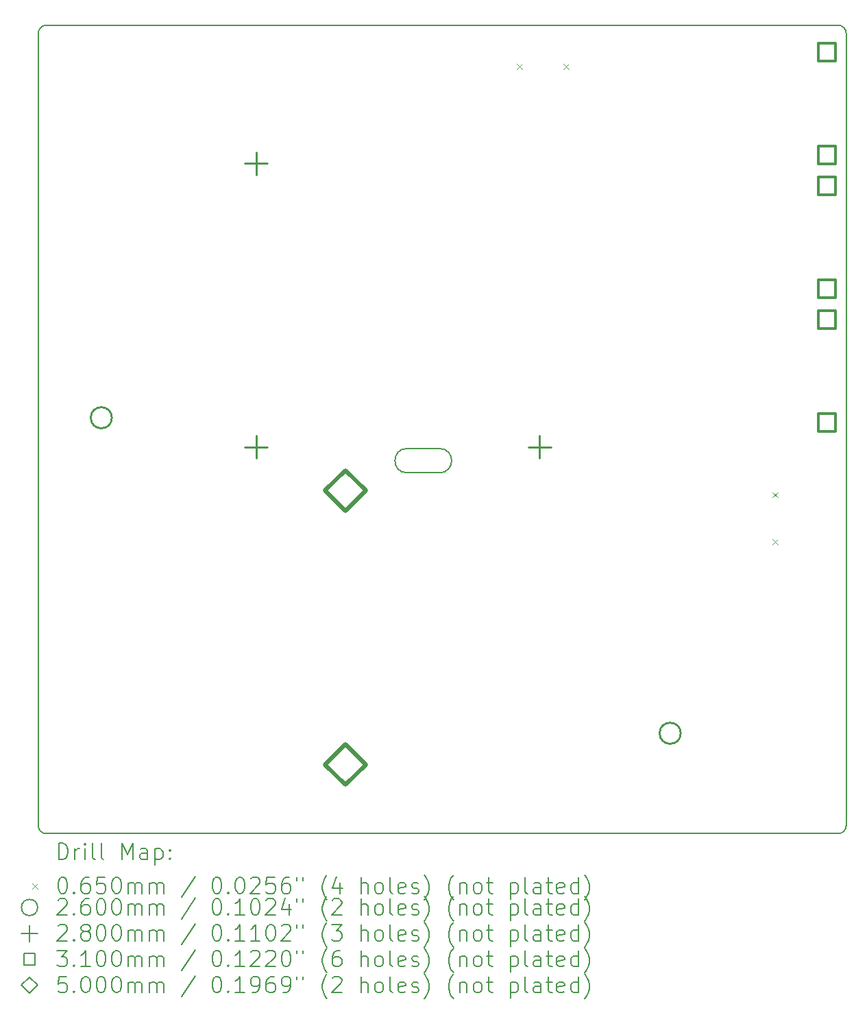
<source format=gbr>
%TF.GenerationSoftware,KiCad,Pcbnew,8.0.1*%
%TF.CreationDate,2024-09-28T11:52:05+02:00*%
%TF.ProjectId,stmbl_5.0,73746d62-6c5f-4352-9e30-2e6b69636164,1.0*%
%TF.SameCoordinates,Original*%
%TF.FileFunction,Drillmap*%
%TF.FilePolarity,Positive*%
%FSLAX45Y45*%
G04 Gerber Fmt 4.5, Leading zero omitted, Abs format (unit mm)*
G04 Created by KiCad (PCBNEW 8.0.1) date 2024-09-28 11:52:05*
%MOMM*%
%LPD*%
G01*
G04 APERTURE LIST*
%ADD10C,0.150000*%
%ADD11C,0.200000*%
%ADD12C,0.100000*%
%ADD13C,0.260000*%
%ADD14C,0.280000*%
%ADD15C,0.310000*%
%ADD16C,0.500000*%
G04 APERTURE END LIST*
D10*
X14374000Y-10508000D02*
G75*
G02*
X14374000Y-10208000I0J150000D01*
G01*
X19698000Y-14962000D02*
X9918000Y-14962000D01*
X9818000Y-14862000D02*
X9818000Y-5082000D01*
X9918000Y-14962000D02*
G75*
G02*
X9818000Y-14862000I0J100000D01*
G01*
X14374000Y-10508000D02*
X14774000Y-10508000D01*
X9918000Y-4982000D02*
X19697933Y-4981995D01*
X14774000Y-10208000D02*
G75*
G02*
X14774000Y-10508000I0J-150000D01*
G01*
X14374000Y-10208000D02*
X14774000Y-10208000D01*
X19797933Y-5083000D02*
X19798000Y-14862000D01*
X19697933Y-4981995D02*
G75*
G02*
X19797930Y-5083000I-3J-100005D01*
G01*
X9818000Y-5082000D02*
G75*
G02*
X9918000Y-4982000I100000J0D01*
G01*
X19798000Y-14862000D02*
G75*
G02*
X19698000Y-14962000I-100000J0D01*
G01*
D11*
D12*
X15728500Y-5459000D02*
X15793500Y-5524000D01*
X15793500Y-5459000D02*
X15728500Y-5524000D01*
X16306500Y-5459000D02*
X16371500Y-5524000D01*
X16371500Y-5459000D02*
X16306500Y-5524000D01*
X18889000Y-10748500D02*
X18954000Y-10813500D01*
X18954000Y-10748500D02*
X18889000Y-10813500D01*
X18889000Y-11326500D02*
X18954000Y-11391500D01*
X18954000Y-11326500D02*
X18889000Y-11391500D01*
D13*
X10727000Y-9828000D02*
G75*
G02*
X10467000Y-9828000I-130000J0D01*
G01*
X10467000Y-9828000D02*
G75*
G02*
X10727000Y-9828000I130000J0D01*
G01*
X17754103Y-13722847D02*
G75*
G02*
X17494103Y-13722847I-130000J0D01*
G01*
X17494103Y-13722847D02*
G75*
G02*
X17754103Y-13722847I130000J0D01*
G01*
D14*
X12510000Y-6550000D02*
X12510000Y-6830000D01*
X12370000Y-6690000D02*
X12650000Y-6690000D01*
X12510000Y-10050000D02*
X12510000Y-10330000D01*
X12370000Y-10190000D02*
X12650000Y-10190000D01*
X16010000Y-10050000D02*
X16010000Y-10330000D01*
X15870000Y-10190000D02*
X16150000Y-10190000D01*
D15*
X19669603Y-5424603D02*
X19669603Y-5205397D01*
X19450397Y-5205397D01*
X19450397Y-5424603D01*
X19669603Y-5424603D01*
X19669603Y-6694603D02*
X19669603Y-6475397D01*
X19450397Y-6475397D01*
X19450397Y-6694603D01*
X19669603Y-6694603D01*
X19669603Y-7074603D02*
X19669603Y-6855397D01*
X19450397Y-6855397D01*
X19450397Y-7074603D01*
X19669603Y-7074603D01*
X19669603Y-8344603D02*
X19669603Y-8125397D01*
X19450397Y-8125397D01*
X19450397Y-8344603D01*
X19669603Y-8344603D01*
X19669603Y-8724603D02*
X19669603Y-8505397D01*
X19450397Y-8505397D01*
X19450397Y-8724603D01*
X19669603Y-8724603D01*
X19669603Y-9994603D02*
X19669603Y-9775397D01*
X19450397Y-9775397D01*
X19450397Y-9994603D01*
X19669603Y-9994603D01*
D16*
X13612603Y-10978847D02*
X13862603Y-10728847D01*
X13612603Y-10478847D01*
X13362603Y-10728847D01*
X13612603Y-10978847D01*
X13612603Y-14358847D02*
X13862603Y-14108847D01*
X13612603Y-13858847D01*
X13362603Y-14108847D01*
X13612603Y-14358847D01*
D11*
X10071277Y-15280984D02*
X10071277Y-15080984D01*
X10071277Y-15080984D02*
X10118896Y-15080984D01*
X10118896Y-15080984D02*
X10147467Y-15090508D01*
X10147467Y-15090508D02*
X10166515Y-15109555D01*
X10166515Y-15109555D02*
X10176039Y-15128603D01*
X10176039Y-15128603D02*
X10185563Y-15166698D01*
X10185563Y-15166698D02*
X10185563Y-15195269D01*
X10185563Y-15195269D02*
X10176039Y-15233365D01*
X10176039Y-15233365D02*
X10166515Y-15252412D01*
X10166515Y-15252412D02*
X10147467Y-15271460D01*
X10147467Y-15271460D02*
X10118896Y-15280984D01*
X10118896Y-15280984D02*
X10071277Y-15280984D01*
X10271277Y-15280984D02*
X10271277Y-15147650D01*
X10271277Y-15185746D02*
X10280801Y-15166698D01*
X10280801Y-15166698D02*
X10290324Y-15157174D01*
X10290324Y-15157174D02*
X10309372Y-15147650D01*
X10309372Y-15147650D02*
X10328420Y-15147650D01*
X10395086Y-15280984D02*
X10395086Y-15147650D01*
X10395086Y-15080984D02*
X10385563Y-15090508D01*
X10385563Y-15090508D02*
X10395086Y-15100031D01*
X10395086Y-15100031D02*
X10404610Y-15090508D01*
X10404610Y-15090508D02*
X10395086Y-15080984D01*
X10395086Y-15080984D02*
X10395086Y-15100031D01*
X10518896Y-15280984D02*
X10499848Y-15271460D01*
X10499848Y-15271460D02*
X10490324Y-15252412D01*
X10490324Y-15252412D02*
X10490324Y-15080984D01*
X10623658Y-15280984D02*
X10604610Y-15271460D01*
X10604610Y-15271460D02*
X10595086Y-15252412D01*
X10595086Y-15252412D02*
X10595086Y-15080984D01*
X10852229Y-15280984D02*
X10852229Y-15080984D01*
X10852229Y-15080984D02*
X10918896Y-15223841D01*
X10918896Y-15223841D02*
X10985563Y-15080984D01*
X10985563Y-15080984D02*
X10985563Y-15280984D01*
X11166515Y-15280984D02*
X11166515Y-15176222D01*
X11166515Y-15176222D02*
X11156991Y-15157174D01*
X11156991Y-15157174D02*
X11137944Y-15147650D01*
X11137944Y-15147650D02*
X11099848Y-15147650D01*
X11099848Y-15147650D02*
X11080801Y-15157174D01*
X11166515Y-15271460D02*
X11147467Y-15280984D01*
X11147467Y-15280984D02*
X11099848Y-15280984D01*
X11099848Y-15280984D02*
X11080801Y-15271460D01*
X11080801Y-15271460D02*
X11071277Y-15252412D01*
X11071277Y-15252412D02*
X11071277Y-15233365D01*
X11071277Y-15233365D02*
X11080801Y-15214317D01*
X11080801Y-15214317D02*
X11099848Y-15204793D01*
X11099848Y-15204793D02*
X11147467Y-15204793D01*
X11147467Y-15204793D02*
X11166515Y-15195269D01*
X11261753Y-15147650D02*
X11261753Y-15347650D01*
X11261753Y-15157174D02*
X11280801Y-15147650D01*
X11280801Y-15147650D02*
X11318896Y-15147650D01*
X11318896Y-15147650D02*
X11337943Y-15157174D01*
X11337943Y-15157174D02*
X11347467Y-15166698D01*
X11347467Y-15166698D02*
X11356991Y-15185746D01*
X11356991Y-15185746D02*
X11356991Y-15242888D01*
X11356991Y-15242888D02*
X11347467Y-15261936D01*
X11347467Y-15261936D02*
X11337943Y-15271460D01*
X11337943Y-15271460D02*
X11318896Y-15280984D01*
X11318896Y-15280984D02*
X11280801Y-15280984D01*
X11280801Y-15280984D02*
X11261753Y-15271460D01*
X11442705Y-15261936D02*
X11452229Y-15271460D01*
X11452229Y-15271460D02*
X11442705Y-15280984D01*
X11442705Y-15280984D02*
X11433182Y-15271460D01*
X11433182Y-15271460D02*
X11442705Y-15261936D01*
X11442705Y-15261936D02*
X11442705Y-15280984D01*
X11442705Y-15157174D02*
X11452229Y-15166698D01*
X11452229Y-15166698D02*
X11442705Y-15176222D01*
X11442705Y-15176222D02*
X11433182Y-15166698D01*
X11433182Y-15166698D02*
X11442705Y-15157174D01*
X11442705Y-15157174D02*
X11442705Y-15176222D01*
D12*
X9745500Y-15577000D02*
X9810500Y-15642000D01*
X9810500Y-15577000D02*
X9745500Y-15642000D01*
D11*
X10109372Y-15500984D02*
X10128420Y-15500984D01*
X10128420Y-15500984D02*
X10147467Y-15510508D01*
X10147467Y-15510508D02*
X10156991Y-15520031D01*
X10156991Y-15520031D02*
X10166515Y-15539079D01*
X10166515Y-15539079D02*
X10176039Y-15577174D01*
X10176039Y-15577174D02*
X10176039Y-15624793D01*
X10176039Y-15624793D02*
X10166515Y-15662888D01*
X10166515Y-15662888D02*
X10156991Y-15681936D01*
X10156991Y-15681936D02*
X10147467Y-15691460D01*
X10147467Y-15691460D02*
X10128420Y-15700984D01*
X10128420Y-15700984D02*
X10109372Y-15700984D01*
X10109372Y-15700984D02*
X10090324Y-15691460D01*
X10090324Y-15691460D02*
X10080801Y-15681936D01*
X10080801Y-15681936D02*
X10071277Y-15662888D01*
X10071277Y-15662888D02*
X10061753Y-15624793D01*
X10061753Y-15624793D02*
X10061753Y-15577174D01*
X10061753Y-15577174D02*
X10071277Y-15539079D01*
X10071277Y-15539079D02*
X10080801Y-15520031D01*
X10080801Y-15520031D02*
X10090324Y-15510508D01*
X10090324Y-15510508D02*
X10109372Y-15500984D01*
X10261753Y-15681936D02*
X10271277Y-15691460D01*
X10271277Y-15691460D02*
X10261753Y-15700984D01*
X10261753Y-15700984D02*
X10252229Y-15691460D01*
X10252229Y-15691460D02*
X10261753Y-15681936D01*
X10261753Y-15681936D02*
X10261753Y-15700984D01*
X10442705Y-15500984D02*
X10404610Y-15500984D01*
X10404610Y-15500984D02*
X10385563Y-15510508D01*
X10385563Y-15510508D02*
X10376039Y-15520031D01*
X10376039Y-15520031D02*
X10356991Y-15548603D01*
X10356991Y-15548603D02*
X10347467Y-15586698D01*
X10347467Y-15586698D02*
X10347467Y-15662888D01*
X10347467Y-15662888D02*
X10356991Y-15681936D01*
X10356991Y-15681936D02*
X10366515Y-15691460D01*
X10366515Y-15691460D02*
X10385563Y-15700984D01*
X10385563Y-15700984D02*
X10423658Y-15700984D01*
X10423658Y-15700984D02*
X10442705Y-15691460D01*
X10442705Y-15691460D02*
X10452229Y-15681936D01*
X10452229Y-15681936D02*
X10461753Y-15662888D01*
X10461753Y-15662888D02*
X10461753Y-15615269D01*
X10461753Y-15615269D02*
X10452229Y-15596222D01*
X10452229Y-15596222D02*
X10442705Y-15586698D01*
X10442705Y-15586698D02*
X10423658Y-15577174D01*
X10423658Y-15577174D02*
X10385563Y-15577174D01*
X10385563Y-15577174D02*
X10366515Y-15586698D01*
X10366515Y-15586698D02*
X10356991Y-15596222D01*
X10356991Y-15596222D02*
X10347467Y-15615269D01*
X10642705Y-15500984D02*
X10547467Y-15500984D01*
X10547467Y-15500984D02*
X10537944Y-15596222D01*
X10537944Y-15596222D02*
X10547467Y-15586698D01*
X10547467Y-15586698D02*
X10566515Y-15577174D01*
X10566515Y-15577174D02*
X10614134Y-15577174D01*
X10614134Y-15577174D02*
X10633182Y-15586698D01*
X10633182Y-15586698D02*
X10642705Y-15596222D01*
X10642705Y-15596222D02*
X10652229Y-15615269D01*
X10652229Y-15615269D02*
X10652229Y-15662888D01*
X10652229Y-15662888D02*
X10642705Y-15681936D01*
X10642705Y-15681936D02*
X10633182Y-15691460D01*
X10633182Y-15691460D02*
X10614134Y-15700984D01*
X10614134Y-15700984D02*
X10566515Y-15700984D01*
X10566515Y-15700984D02*
X10547467Y-15691460D01*
X10547467Y-15691460D02*
X10537944Y-15681936D01*
X10776039Y-15500984D02*
X10795086Y-15500984D01*
X10795086Y-15500984D02*
X10814134Y-15510508D01*
X10814134Y-15510508D02*
X10823658Y-15520031D01*
X10823658Y-15520031D02*
X10833182Y-15539079D01*
X10833182Y-15539079D02*
X10842705Y-15577174D01*
X10842705Y-15577174D02*
X10842705Y-15624793D01*
X10842705Y-15624793D02*
X10833182Y-15662888D01*
X10833182Y-15662888D02*
X10823658Y-15681936D01*
X10823658Y-15681936D02*
X10814134Y-15691460D01*
X10814134Y-15691460D02*
X10795086Y-15700984D01*
X10795086Y-15700984D02*
X10776039Y-15700984D01*
X10776039Y-15700984D02*
X10756991Y-15691460D01*
X10756991Y-15691460D02*
X10747467Y-15681936D01*
X10747467Y-15681936D02*
X10737944Y-15662888D01*
X10737944Y-15662888D02*
X10728420Y-15624793D01*
X10728420Y-15624793D02*
X10728420Y-15577174D01*
X10728420Y-15577174D02*
X10737944Y-15539079D01*
X10737944Y-15539079D02*
X10747467Y-15520031D01*
X10747467Y-15520031D02*
X10756991Y-15510508D01*
X10756991Y-15510508D02*
X10776039Y-15500984D01*
X10928420Y-15700984D02*
X10928420Y-15567650D01*
X10928420Y-15586698D02*
X10937944Y-15577174D01*
X10937944Y-15577174D02*
X10956991Y-15567650D01*
X10956991Y-15567650D02*
X10985563Y-15567650D01*
X10985563Y-15567650D02*
X11004610Y-15577174D01*
X11004610Y-15577174D02*
X11014134Y-15596222D01*
X11014134Y-15596222D02*
X11014134Y-15700984D01*
X11014134Y-15596222D02*
X11023658Y-15577174D01*
X11023658Y-15577174D02*
X11042705Y-15567650D01*
X11042705Y-15567650D02*
X11071277Y-15567650D01*
X11071277Y-15567650D02*
X11090325Y-15577174D01*
X11090325Y-15577174D02*
X11099848Y-15596222D01*
X11099848Y-15596222D02*
X11099848Y-15700984D01*
X11195086Y-15700984D02*
X11195086Y-15567650D01*
X11195086Y-15586698D02*
X11204610Y-15577174D01*
X11204610Y-15577174D02*
X11223658Y-15567650D01*
X11223658Y-15567650D02*
X11252229Y-15567650D01*
X11252229Y-15567650D02*
X11271277Y-15577174D01*
X11271277Y-15577174D02*
X11280801Y-15596222D01*
X11280801Y-15596222D02*
X11280801Y-15700984D01*
X11280801Y-15596222D02*
X11290324Y-15577174D01*
X11290324Y-15577174D02*
X11309372Y-15567650D01*
X11309372Y-15567650D02*
X11337943Y-15567650D01*
X11337943Y-15567650D02*
X11356991Y-15577174D01*
X11356991Y-15577174D02*
X11366515Y-15596222D01*
X11366515Y-15596222D02*
X11366515Y-15700984D01*
X11756991Y-15491460D02*
X11585563Y-15748603D01*
X12014134Y-15500984D02*
X12033182Y-15500984D01*
X12033182Y-15500984D02*
X12052229Y-15510508D01*
X12052229Y-15510508D02*
X12061753Y-15520031D01*
X12061753Y-15520031D02*
X12071277Y-15539079D01*
X12071277Y-15539079D02*
X12080801Y-15577174D01*
X12080801Y-15577174D02*
X12080801Y-15624793D01*
X12080801Y-15624793D02*
X12071277Y-15662888D01*
X12071277Y-15662888D02*
X12061753Y-15681936D01*
X12061753Y-15681936D02*
X12052229Y-15691460D01*
X12052229Y-15691460D02*
X12033182Y-15700984D01*
X12033182Y-15700984D02*
X12014134Y-15700984D01*
X12014134Y-15700984D02*
X11995086Y-15691460D01*
X11995086Y-15691460D02*
X11985563Y-15681936D01*
X11985563Y-15681936D02*
X11976039Y-15662888D01*
X11976039Y-15662888D02*
X11966515Y-15624793D01*
X11966515Y-15624793D02*
X11966515Y-15577174D01*
X11966515Y-15577174D02*
X11976039Y-15539079D01*
X11976039Y-15539079D02*
X11985563Y-15520031D01*
X11985563Y-15520031D02*
X11995086Y-15510508D01*
X11995086Y-15510508D02*
X12014134Y-15500984D01*
X12166515Y-15681936D02*
X12176039Y-15691460D01*
X12176039Y-15691460D02*
X12166515Y-15700984D01*
X12166515Y-15700984D02*
X12156991Y-15691460D01*
X12156991Y-15691460D02*
X12166515Y-15681936D01*
X12166515Y-15681936D02*
X12166515Y-15700984D01*
X12299848Y-15500984D02*
X12318896Y-15500984D01*
X12318896Y-15500984D02*
X12337944Y-15510508D01*
X12337944Y-15510508D02*
X12347467Y-15520031D01*
X12347467Y-15520031D02*
X12356991Y-15539079D01*
X12356991Y-15539079D02*
X12366515Y-15577174D01*
X12366515Y-15577174D02*
X12366515Y-15624793D01*
X12366515Y-15624793D02*
X12356991Y-15662888D01*
X12356991Y-15662888D02*
X12347467Y-15681936D01*
X12347467Y-15681936D02*
X12337944Y-15691460D01*
X12337944Y-15691460D02*
X12318896Y-15700984D01*
X12318896Y-15700984D02*
X12299848Y-15700984D01*
X12299848Y-15700984D02*
X12280801Y-15691460D01*
X12280801Y-15691460D02*
X12271277Y-15681936D01*
X12271277Y-15681936D02*
X12261753Y-15662888D01*
X12261753Y-15662888D02*
X12252229Y-15624793D01*
X12252229Y-15624793D02*
X12252229Y-15577174D01*
X12252229Y-15577174D02*
X12261753Y-15539079D01*
X12261753Y-15539079D02*
X12271277Y-15520031D01*
X12271277Y-15520031D02*
X12280801Y-15510508D01*
X12280801Y-15510508D02*
X12299848Y-15500984D01*
X12442706Y-15520031D02*
X12452229Y-15510508D01*
X12452229Y-15510508D02*
X12471277Y-15500984D01*
X12471277Y-15500984D02*
X12518896Y-15500984D01*
X12518896Y-15500984D02*
X12537944Y-15510508D01*
X12537944Y-15510508D02*
X12547467Y-15520031D01*
X12547467Y-15520031D02*
X12556991Y-15539079D01*
X12556991Y-15539079D02*
X12556991Y-15558127D01*
X12556991Y-15558127D02*
X12547467Y-15586698D01*
X12547467Y-15586698D02*
X12433182Y-15700984D01*
X12433182Y-15700984D02*
X12556991Y-15700984D01*
X12737944Y-15500984D02*
X12642706Y-15500984D01*
X12642706Y-15500984D02*
X12633182Y-15596222D01*
X12633182Y-15596222D02*
X12642706Y-15586698D01*
X12642706Y-15586698D02*
X12661753Y-15577174D01*
X12661753Y-15577174D02*
X12709372Y-15577174D01*
X12709372Y-15577174D02*
X12728420Y-15586698D01*
X12728420Y-15586698D02*
X12737944Y-15596222D01*
X12737944Y-15596222D02*
X12747467Y-15615269D01*
X12747467Y-15615269D02*
X12747467Y-15662888D01*
X12747467Y-15662888D02*
X12737944Y-15681936D01*
X12737944Y-15681936D02*
X12728420Y-15691460D01*
X12728420Y-15691460D02*
X12709372Y-15700984D01*
X12709372Y-15700984D02*
X12661753Y-15700984D01*
X12661753Y-15700984D02*
X12642706Y-15691460D01*
X12642706Y-15691460D02*
X12633182Y-15681936D01*
X12918896Y-15500984D02*
X12880801Y-15500984D01*
X12880801Y-15500984D02*
X12861753Y-15510508D01*
X12861753Y-15510508D02*
X12852229Y-15520031D01*
X12852229Y-15520031D02*
X12833182Y-15548603D01*
X12833182Y-15548603D02*
X12823658Y-15586698D01*
X12823658Y-15586698D02*
X12823658Y-15662888D01*
X12823658Y-15662888D02*
X12833182Y-15681936D01*
X12833182Y-15681936D02*
X12842706Y-15691460D01*
X12842706Y-15691460D02*
X12861753Y-15700984D01*
X12861753Y-15700984D02*
X12899848Y-15700984D01*
X12899848Y-15700984D02*
X12918896Y-15691460D01*
X12918896Y-15691460D02*
X12928420Y-15681936D01*
X12928420Y-15681936D02*
X12937944Y-15662888D01*
X12937944Y-15662888D02*
X12937944Y-15615269D01*
X12937944Y-15615269D02*
X12928420Y-15596222D01*
X12928420Y-15596222D02*
X12918896Y-15586698D01*
X12918896Y-15586698D02*
X12899848Y-15577174D01*
X12899848Y-15577174D02*
X12861753Y-15577174D01*
X12861753Y-15577174D02*
X12842706Y-15586698D01*
X12842706Y-15586698D02*
X12833182Y-15596222D01*
X12833182Y-15596222D02*
X12823658Y-15615269D01*
X13014134Y-15500984D02*
X13014134Y-15539079D01*
X13090325Y-15500984D02*
X13090325Y-15539079D01*
X13385563Y-15777174D02*
X13376039Y-15767650D01*
X13376039Y-15767650D02*
X13356991Y-15739079D01*
X13356991Y-15739079D02*
X13347468Y-15720031D01*
X13347468Y-15720031D02*
X13337944Y-15691460D01*
X13337944Y-15691460D02*
X13328420Y-15643841D01*
X13328420Y-15643841D02*
X13328420Y-15605746D01*
X13328420Y-15605746D02*
X13337944Y-15558127D01*
X13337944Y-15558127D02*
X13347468Y-15529555D01*
X13347468Y-15529555D02*
X13356991Y-15510508D01*
X13356991Y-15510508D02*
X13376039Y-15481936D01*
X13376039Y-15481936D02*
X13385563Y-15472412D01*
X13547468Y-15567650D02*
X13547468Y-15700984D01*
X13499848Y-15491460D02*
X13452229Y-15634317D01*
X13452229Y-15634317D02*
X13576039Y-15634317D01*
X13804610Y-15700984D02*
X13804610Y-15500984D01*
X13890325Y-15700984D02*
X13890325Y-15596222D01*
X13890325Y-15596222D02*
X13880801Y-15577174D01*
X13880801Y-15577174D02*
X13861753Y-15567650D01*
X13861753Y-15567650D02*
X13833182Y-15567650D01*
X13833182Y-15567650D02*
X13814134Y-15577174D01*
X13814134Y-15577174D02*
X13804610Y-15586698D01*
X14014134Y-15700984D02*
X13995087Y-15691460D01*
X13995087Y-15691460D02*
X13985563Y-15681936D01*
X13985563Y-15681936D02*
X13976039Y-15662888D01*
X13976039Y-15662888D02*
X13976039Y-15605746D01*
X13976039Y-15605746D02*
X13985563Y-15586698D01*
X13985563Y-15586698D02*
X13995087Y-15577174D01*
X13995087Y-15577174D02*
X14014134Y-15567650D01*
X14014134Y-15567650D02*
X14042706Y-15567650D01*
X14042706Y-15567650D02*
X14061753Y-15577174D01*
X14061753Y-15577174D02*
X14071277Y-15586698D01*
X14071277Y-15586698D02*
X14080801Y-15605746D01*
X14080801Y-15605746D02*
X14080801Y-15662888D01*
X14080801Y-15662888D02*
X14071277Y-15681936D01*
X14071277Y-15681936D02*
X14061753Y-15691460D01*
X14061753Y-15691460D02*
X14042706Y-15700984D01*
X14042706Y-15700984D02*
X14014134Y-15700984D01*
X14195087Y-15700984D02*
X14176039Y-15691460D01*
X14176039Y-15691460D02*
X14166515Y-15672412D01*
X14166515Y-15672412D02*
X14166515Y-15500984D01*
X14347468Y-15691460D02*
X14328420Y-15700984D01*
X14328420Y-15700984D02*
X14290325Y-15700984D01*
X14290325Y-15700984D02*
X14271277Y-15691460D01*
X14271277Y-15691460D02*
X14261753Y-15672412D01*
X14261753Y-15672412D02*
X14261753Y-15596222D01*
X14261753Y-15596222D02*
X14271277Y-15577174D01*
X14271277Y-15577174D02*
X14290325Y-15567650D01*
X14290325Y-15567650D02*
X14328420Y-15567650D01*
X14328420Y-15567650D02*
X14347468Y-15577174D01*
X14347468Y-15577174D02*
X14356991Y-15596222D01*
X14356991Y-15596222D02*
X14356991Y-15615269D01*
X14356991Y-15615269D02*
X14261753Y-15634317D01*
X14433182Y-15691460D02*
X14452230Y-15700984D01*
X14452230Y-15700984D02*
X14490325Y-15700984D01*
X14490325Y-15700984D02*
X14509372Y-15691460D01*
X14509372Y-15691460D02*
X14518896Y-15672412D01*
X14518896Y-15672412D02*
X14518896Y-15662888D01*
X14518896Y-15662888D02*
X14509372Y-15643841D01*
X14509372Y-15643841D02*
X14490325Y-15634317D01*
X14490325Y-15634317D02*
X14461753Y-15634317D01*
X14461753Y-15634317D02*
X14442706Y-15624793D01*
X14442706Y-15624793D02*
X14433182Y-15605746D01*
X14433182Y-15605746D02*
X14433182Y-15596222D01*
X14433182Y-15596222D02*
X14442706Y-15577174D01*
X14442706Y-15577174D02*
X14461753Y-15567650D01*
X14461753Y-15567650D02*
X14490325Y-15567650D01*
X14490325Y-15567650D02*
X14509372Y-15577174D01*
X14585563Y-15777174D02*
X14595087Y-15767650D01*
X14595087Y-15767650D02*
X14614134Y-15739079D01*
X14614134Y-15739079D02*
X14623658Y-15720031D01*
X14623658Y-15720031D02*
X14633182Y-15691460D01*
X14633182Y-15691460D02*
X14642706Y-15643841D01*
X14642706Y-15643841D02*
X14642706Y-15605746D01*
X14642706Y-15605746D02*
X14633182Y-15558127D01*
X14633182Y-15558127D02*
X14623658Y-15529555D01*
X14623658Y-15529555D02*
X14614134Y-15510508D01*
X14614134Y-15510508D02*
X14595087Y-15481936D01*
X14595087Y-15481936D02*
X14585563Y-15472412D01*
X14947468Y-15777174D02*
X14937944Y-15767650D01*
X14937944Y-15767650D02*
X14918896Y-15739079D01*
X14918896Y-15739079D02*
X14909372Y-15720031D01*
X14909372Y-15720031D02*
X14899849Y-15691460D01*
X14899849Y-15691460D02*
X14890325Y-15643841D01*
X14890325Y-15643841D02*
X14890325Y-15605746D01*
X14890325Y-15605746D02*
X14899849Y-15558127D01*
X14899849Y-15558127D02*
X14909372Y-15529555D01*
X14909372Y-15529555D02*
X14918896Y-15510508D01*
X14918896Y-15510508D02*
X14937944Y-15481936D01*
X14937944Y-15481936D02*
X14947468Y-15472412D01*
X15023658Y-15567650D02*
X15023658Y-15700984D01*
X15023658Y-15586698D02*
X15033182Y-15577174D01*
X15033182Y-15577174D02*
X15052230Y-15567650D01*
X15052230Y-15567650D02*
X15080801Y-15567650D01*
X15080801Y-15567650D02*
X15099849Y-15577174D01*
X15099849Y-15577174D02*
X15109372Y-15596222D01*
X15109372Y-15596222D02*
X15109372Y-15700984D01*
X15233182Y-15700984D02*
X15214134Y-15691460D01*
X15214134Y-15691460D02*
X15204611Y-15681936D01*
X15204611Y-15681936D02*
X15195087Y-15662888D01*
X15195087Y-15662888D02*
X15195087Y-15605746D01*
X15195087Y-15605746D02*
X15204611Y-15586698D01*
X15204611Y-15586698D02*
X15214134Y-15577174D01*
X15214134Y-15577174D02*
X15233182Y-15567650D01*
X15233182Y-15567650D02*
X15261753Y-15567650D01*
X15261753Y-15567650D02*
X15280801Y-15577174D01*
X15280801Y-15577174D02*
X15290325Y-15586698D01*
X15290325Y-15586698D02*
X15299849Y-15605746D01*
X15299849Y-15605746D02*
X15299849Y-15662888D01*
X15299849Y-15662888D02*
X15290325Y-15681936D01*
X15290325Y-15681936D02*
X15280801Y-15691460D01*
X15280801Y-15691460D02*
X15261753Y-15700984D01*
X15261753Y-15700984D02*
X15233182Y-15700984D01*
X15356992Y-15567650D02*
X15433182Y-15567650D01*
X15385563Y-15500984D02*
X15385563Y-15672412D01*
X15385563Y-15672412D02*
X15395087Y-15691460D01*
X15395087Y-15691460D02*
X15414134Y-15700984D01*
X15414134Y-15700984D02*
X15433182Y-15700984D01*
X15652230Y-15567650D02*
X15652230Y-15767650D01*
X15652230Y-15577174D02*
X15671277Y-15567650D01*
X15671277Y-15567650D02*
X15709373Y-15567650D01*
X15709373Y-15567650D02*
X15728420Y-15577174D01*
X15728420Y-15577174D02*
X15737944Y-15586698D01*
X15737944Y-15586698D02*
X15747468Y-15605746D01*
X15747468Y-15605746D02*
X15747468Y-15662888D01*
X15747468Y-15662888D02*
X15737944Y-15681936D01*
X15737944Y-15681936D02*
X15728420Y-15691460D01*
X15728420Y-15691460D02*
X15709373Y-15700984D01*
X15709373Y-15700984D02*
X15671277Y-15700984D01*
X15671277Y-15700984D02*
X15652230Y-15691460D01*
X15861753Y-15700984D02*
X15842706Y-15691460D01*
X15842706Y-15691460D02*
X15833182Y-15672412D01*
X15833182Y-15672412D02*
X15833182Y-15500984D01*
X16023658Y-15700984D02*
X16023658Y-15596222D01*
X16023658Y-15596222D02*
X16014134Y-15577174D01*
X16014134Y-15577174D02*
X15995087Y-15567650D01*
X15995087Y-15567650D02*
X15956992Y-15567650D01*
X15956992Y-15567650D02*
X15937944Y-15577174D01*
X16023658Y-15691460D02*
X16004611Y-15700984D01*
X16004611Y-15700984D02*
X15956992Y-15700984D01*
X15956992Y-15700984D02*
X15937944Y-15691460D01*
X15937944Y-15691460D02*
X15928420Y-15672412D01*
X15928420Y-15672412D02*
X15928420Y-15653365D01*
X15928420Y-15653365D02*
X15937944Y-15634317D01*
X15937944Y-15634317D02*
X15956992Y-15624793D01*
X15956992Y-15624793D02*
X16004611Y-15624793D01*
X16004611Y-15624793D02*
X16023658Y-15615269D01*
X16090325Y-15567650D02*
X16166515Y-15567650D01*
X16118896Y-15500984D02*
X16118896Y-15672412D01*
X16118896Y-15672412D02*
X16128420Y-15691460D01*
X16128420Y-15691460D02*
X16147468Y-15700984D01*
X16147468Y-15700984D02*
X16166515Y-15700984D01*
X16309373Y-15691460D02*
X16290325Y-15700984D01*
X16290325Y-15700984D02*
X16252230Y-15700984D01*
X16252230Y-15700984D02*
X16233182Y-15691460D01*
X16233182Y-15691460D02*
X16223658Y-15672412D01*
X16223658Y-15672412D02*
X16223658Y-15596222D01*
X16223658Y-15596222D02*
X16233182Y-15577174D01*
X16233182Y-15577174D02*
X16252230Y-15567650D01*
X16252230Y-15567650D02*
X16290325Y-15567650D01*
X16290325Y-15567650D02*
X16309373Y-15577174D01*
X16309373Y-15577174D02*
X16318896Y-15596222D01*
X16318896Y-15596222D02*
X16318896Y-15615269D01*
X16318896Y-15615269D02*
X16223658Y-15634317D01*
X16490325Y-15700984D02*
X16490325Y-15500984D01*
X16490325Y-15691460D02*
X16471277Y-15700984D01*
X16471277Y-15700984D02*
X16433182Y-15700984D01*
X16433182Y-15700984D02*
X16414134Y-15691460D01*
X16414134Y-15691460D02*
X16404611Y-15681936D01*
X16404611Y-15681936D02*
X16395087Y-15662888D01*
X16395087Y-15662888D02*
X16395087Y-15605746D01*
X16395087Y-15605746D02*
X16404611Y-15586698D01*
X16404611Y-15586698D02*
X16414134Y-15577174D01*
X16414134Y-15577174D02*
X16433182Y-15567650D01*
X16433182Y-15567650D02*
X16471277Y-15567650D01*
X16471277Y-15567650D02*
X16490325Y-15577174D01*
X16566515Y-15777174D02*
X16576039Y-15767650D01*
X16576039Y-15767650D02*
X16595087Y-15739079D01*
X16595087Y-15739079D02*
X16604611Y-15720031D01*
X16604611Y-15720031D02*
X16614134Y-15691460D01*
X16614134Y-15691460D02*
X16623658Y-15643841D01*
X16623658Y-15643841D02*
X16623658Y-15605746D01*
X16623658Y-15605746D02*
X16614134Y-15558127D01*
X16614134Y-15558127D02*
X16604611Y-15529555D01*
X16604611Y-15529555D02*
X16595087Y-15510508D01*
X16595087Y-15510508D02*
X16576039Y-15481936D01*
X16576039Y-15481936D02*
X16566515Y-15472412D01*
X9810500Y-15873500D02*
G75*
G02*
X9610500Y-15873500I-100000J0D01*
G01*
X9610500Y-15873500D02*
G75*
G02*
X9810500Y-15873500I100000J0D01*
G01*
X10061753Y-15784031D02*
X10071277Y-15774508D01*
X10071277Y-15774508D02*
X10090324Y-15764984D01*
X10090324Y-15764984D02*
X10137944Y-15764984D01*
X10137944Y-15764984D02*
X10156991Y-15774508D01*
X10156991Y-15774508D02*
X10166515Y-15784031D01*
X10166515Y-15784031D02*
X10176039Y-15803079D01*
X10176039Y-15803079D02*
X10176039Y-15822127D01*
X10176039Y-15822127D02*
X10166515Y-15850698D01*
X10166515Y-15850698D02*
X10052229Y-15964984D01*
X10052229Y-15964984D02*
X10176039Y-15964984D01*
X10261753Y-15945936D02*
X10271277Y-15955460D01*
X10271277Y-15955460D02*
X10261753Y-15964984D01*
X10261753Y-15964984D02*
X10252229Y-15955460D01*
X10252229Y-15955460D02*
X10261753Y-15945936D01*
X10261753Y-15945936D02*
X10261753Y-15964984D01*
X10442705Y-15764984D02*
X10404610Y-15764984D01*
X10404610Y-15764984D02*
X10385563Y-15774508D01*
X10385563Y-15774508D02*
X10376039Y-15784031D01*
X10376039Y-15784031D02*
X10356991Y-15812603D01*
X10356991Y-15812603D02*
X10347467Y-15850698D01*
X10347467Y-15850698D02*
X10347467Y-15926888D01*
X10347467Y-15926888D02*
X10356991Y-15945936D01*
X10356991Y-15945936D02*
X10366515Y-15955460D01*
X10366515Y-15955460D02*
X10385563Y-15964984D01*
X10385563Y-15964984D02*
X10423658Y-15964984D01*
X10423658Y-15964984D02*
X10442705Y-15955460D01*
X10442705Y-15955460D02*
X10452229Y-15945936D01*
X10452229Y-15945936D02*
X10461753Y-15926888D01*
X10461753Y-15926888D02*
X10461753Y-15879269D01*
X10461753Y-15879269D02*
X10452229Y-15860222D01*
X10452229Y-15860222D02*
X10442705Y-15850698D01*
X10442705Y-15850698D02*
X10423658Y-15841174D01*
X10423658Y-15841174D02*
X10385563Y-15841174D01*
X10385563Y-15841174D02*
X10366515Y-15850698D01*
X10366515Y-15850698D02*
X10356991Y-15860222D01*
X10356991Y-15860222D02*
X10347467Y-15879269D01*
X10585563Y-15764984D02*
X10604610Y-15764984D01*
X10604610Y-15764984D02*
X10623658Y-15774508D01*
X10623658Y-15774508D02*
X10633182Y-15784031D01*
X10633182Y-15784031D02*
X10642705Y-15803079D01*
X10642705Y-15803079D02*
X10652229Y-15841174D01*
X10652229Y-15841174D02*
X10652229Y-15888793D01*
X10652229Y-15888793D02*
X10642705Y-15926888D01*
X10642705Y-15926888D02*
X10633182Y-15945936D01*
X10633182Y-15945936D02*
X10623658Y-15955460D01*
X10623658Y-15955460D02*
X10604610Y-15964984D01*
X10604610Y-15964984D02*
X10585563Y-15964984D01*
X10585563Y-15964984D02*
X10566515Y-15955460D01*
X10566515Y-15955460D02*
X10556991Y-15945936D01*
X10556991Y-15945936D02*
X10547467Y-15926888D01*
X10547467Y-15926888D02*
X10537944Y-15888793D01*
X10537944Y-15888793D02*
X10537944Y-15841174D01*
X10537944Y-15841174D02*
X10547467Y-15803079D01*
X10547467Y-15803079D02*
X10556991Y-15784031D01*
X10556991Y-15784031D02*
X10566515Y-15774508D01*
X10566515Y-15774508D02*
X10585563Y-15764984D01*
X10776039Y-15764984D02*
X10795086Y-15764984D01*
X10795086Y-15764984D02*
X10814134Y-15774508D01*
X10814134Y-15774508D02*
X10823658Y-15784031D01*
X10823658Y-15784031D02*
X10833182Y-15803079D01*
X10833182Y-15803079D02*
X10842705Y-15841174D01*
X10842705Y-15841174D02*
X10842705Y-15888793D01*
X10842705Y-15888793D02*
X10833182Y-15926888D01*
X10833182Y-15926888D02*
X10823658Y-15945936D01*
X10823658Y-15945936D02*
X10814134Y-15955460D01*
X10814134Y-15955460D02*
X10795086Y-15964984D01*
X10795086Y-15964984D02*
X10776039Y-15964984D01*
X10776039Y-15964984D02*
X10756991Y-15955460D01*
X10756991Y-15955460D02*
X10747467Y-15945936D01*
X10747467Y-15945936D02*
X10737944Y-15926888D01*
X10737944Y-15926888D02*
X10728420Y-15888793D01*
X10728420Y-15888793D02*
X10728420Y-15841174D01*
X10728420Y-15841174D02*
X10737944Y-15803079D01*
X10737944Y-15803079D02*
X10747467Y-15784031D01*
X10747467Y-15784031D02*
X10756991Y-15774508D01*
X10756991Y-15774508D02*
X10776039Y-15764984D01*
X10928420Y-15964984D02*
X10928420Y-15831650D01*
X10928420Y-15850698D02*
X10937944Y-15841174D01*
X10937944Y-15841174D02*
X10956991Y-15831650D01*
X10956991Y-15831650D02*
X10985563Y-15831650D01*
X10985563Y-15831650D02*
X11004610Y-15841174D01*
X11004610Y-15841174D02*
X11014134Y-15860222D01*
X11014134Y-15860222D02*
X11014134Y-15964984D01*
X11014134Y-15860222D02*
X11023658Y-15841174D01*
X11023658Y-15841174D02*
X11042705Y-15831650D01*
X11042705Y-15831650D02*
X11071277Y-15831650D01*
X11071277Y-15831650D02*
X11090325Y-15841174D01*
X11090325Y-15841174D02*
X11099848Y-15860222D01*
X11099848Y-15860222D02*
X11099848Y-15964984D01*
X11195086Y-15964984D02*
X11195086Y-15831650D01*
X11195086Y-15850698D02*
X11204610Y-15841174D01*
X11204610Y-15841174D02*
X11223658Y-15831650D01*
X11223658Y-15831650D02*
X11252229Y-15831650D01*
X11252229Y-15831650D02*
X11271277Y-15841174D01*
X11271277Y-15841174D02*
X11280801Y-15860222D01*
X11280801Y-15860222D02*
X11280801Y-15964984D01*
X11280801Y-15860222D02*
X11290324Y-15841174D01*
X11290324Y-15841174D02*
X11309372Y-15831650D01*
X11309372Y-15831650D02*
X11337943Y-15831650D01*
X11337943Y-15831650D02*
X11356991Y-15841174D01*
X11356991Y-15841174D02*
X11366515Y-15860222D01*
X11366515Y-15860222D02*
X11366515Y-15964984D01*
X11756991Y-15755460D02*
X11585563Y-16012603D01*
X12014134Y-15764984D02*
X12033182Y-15764984D01*
X12033182Y-15764984D02*
X12052229Y-15774508D01*
X12052229Y-15774508D02*
X12061753Y-15784031D01*
X12061753Y-15784031D02*
X12071277Y-15803079D01*
X12071277Y-15803079D02*
X12080801Y-15841174D01*
X12080801Y-15841174D02*
X12080801Y-15888793D01*
X12080801Y-15888793D02*
X12071277Y-15926888D01*
X12071277Y-15926888D02*
X12061753Y-15945936D01*
X12061753Y-15945936D02*
X12052229Y-15955460D01*
X12052229Y-15955460D02*
X12033182Y-15964984D01*
X12033182Y-15964984D02*
X12014134Y-15964984D01*
X12014134Y-15964984D02*
X11995086Y-15955460D01*
X11995086Y-15955460D02*
X11985563Y-15945936D01*
X11985563Y-15945936D02*
X11976039Y-15926888D01*
X11976039Y-15926888D02*
X11966515Y-15888793D01*
X11966515Y-15888793D02*
X11966515Y-15841174D01*
X11966515Y-15841174D02*
X11976039Y-15803079D01*
X11976039Y-15803079D02*
X11985563Y-15784031D01*
X11985563Y-15784031D02*
X11995086Y-15774508D01*
X11995086Y-15774508D02*
X12014134Y-15764984D01*
X12166515Y-15945936D02*
X12176039Y-15955460D01*
X12176039Y-15955460D02*
X12166515Y-15964984D01*
X12166515Y-15964984D02*
X12156991Y-15955460D01*
X12156991Y-15955460D02*
X12166515Y-15945936D01*
X12166515Y-15945936D02*
X12166515Y-15964984D01*
X12366515Y-15964984D02*
X12252229Y-15964984D01*
X12309372Y-15964984D02*
X12309372Y-15764984D01*
X12309372Y-15764984D02*
X12290325Y-15793555D01*
X12290325Y-15793555D02*
X12271277Y-15812603D01*
X12271277Y-15812603D02*
X12252229Y-15822127D01*
X12490325Y-15764984D02*
X12509372Y-15764984D01*
X12509372Y-15764984D02*
X12528420Y-15774508D01*
X12528420Y-15774508D02*
X12537944Y-15784031D01*
X12537944Y-15784031D02*
X12547467Y-15803079D01*
X12547467Y-15803079D02*
X12556991Y-15841174D01*
X12556991Y-15841174D02*
X12556991Y-15888793D01*
X12556991Y-15888793D02*
X12547467Y-15926888D01*
X12547467Y-15926888D02*
X12537944Y-15945936D01*
X12537944Y-15945936D02*
X12528420Y-15955460D01*
X12528420Y-15955460D02*
X12509372Y-15964984D01*
X12509372Y-15964984D02*
X12490325Y-15964984D01*
X12490325Y-15964984D02*
X12471277Y-15955460D01*
X12471277Y-15955460D02*
X12461753Y-15945936D01*
X12461753Y-15945936D02*
X12452229Y-15926888D01*
X12452229Y-15926888D02*
X12442706Y-15888793D01*
X12442706Y-15888793D02*
X12442706Y-15841174D01*
X12442706Y-15841174D02*
X12452229Y-15803079D01*
X12452229Y-15803079D02*
X12461753Y-15784031D01*
X12461753Y-15784031D02*
X12471277Y-15774508D01*
X12471277Y-15774508D02*
X12490325Y-15764984D01*
X12633182Y-15784031D02*
X12642706Y-15774508D01*
X12642706Y-15774508D02*
X12661753Y-15764984D01*
X12661753Y-15764984D02*
X12709372Y-15764984D01*
X12709372Y-15764984D02*
X12728420Y-15774508D01*
X12728420Y-15774508D02*
X12737944Y-15784031D01*
X12737944Y-15784031D02*
X12747467Y-15803079D01*
X12747467Y-15803079D02*
X12747467Y-15822127D01*
X12747467Y-15822127D02*
X12737944Y-15850698D01*
X12737944Y-15850698D02*
X12623658Y-15964984D01*
X12623658Y-15964984D02*
X12747467Y-15964984D01*
X12918896Y-15831650D02*
X12918896Y-15964984D01*
X12871277Y-15755460D02*
X12823658Y-15898317D01*
X12823658Y-15898317D02*
X12947467Y-15898317D01*
X13014134Y-15764984D02*
X13014134Y-15803079D01*
X13090325Y-15764984D02*
X13090325Y-15803079D01*
X13385563Y-16041174D02*
X13376039Y-16031650D01*
X13376039Y-16031650D02*
X13356991Y-16003079D01*
X13356991Y-16003079D02*
X13347468Y-15984031D01*
X13347468Y-15984031D02*
X13337944Y-15955460D01*
X13337944Y-15955460D02*
X13328420Y-15907841D01*
X13328420Y-15907841D02*
X13328420Y-15869746D01*
X13328420Y-15869746D02*
X13337944Y-15822127D01*
X13337944Y-15822127D02*
X13347468Y-15793555D01*
X13347468Y-15793555D02*
X13356991Y-15774508D01*
X13356991Y-15774508D02*
X13376039Y-15745936D01*
X13376039Y-15745936D02*
X13385563Y-15736412D01*
X13452229Y-15784031D02*
X13461753Y-15774508D01*
X13461753Y-15774508D02*
X13480801Y-15764984D01*
X13480801Y-15764984D02*
X13528420Y-15764984D01*
X13528420Y-15764984D02*
X13547468Y-15774508D01*
X13547468Y-15774508D02*
X13556991Y-15784031D01*
X13556991Y-15784031D02*
X13566515Y-15803079D01*
X13566515Y-15803079D02*
X13566515Y-15822127D01*
X13566515Y-15822127D02*
X13556991Y-15850698D01*
X13556991Y-15850698D02*
X13442706Y-15964984D01*
X13442706Y-15964984D02*
X13566515Y-15964984D01*
X13804610Y-15964984D02*
X13804610Y-15764984D01*
X13890325Y-15964984D02*
X13890325Y-15860222D01*
X13890325Y-15860222D02*
X13880801Y-15841174D01*
X13880801Y-15841174D02*
X13861753Y-15831650D01*
X13861753Y-15831650D02*
X13833182Y-15831650D01*
X13833182Y-15831650D02*
X13814134Y-15841174D01*
X13814134Y-15841174D02*
X13804610Y-15850698D01*
X14014134Y-15964984D02*
X13995087Y-15955460D01*
X13995087Y-15955460D02*
X13985563Y-15945936D01*
X13985563Y-15945936D02*
X13976039Y-15926888D01*
X13976039Y-15926888D02*
X13976039Y-15869746D01*
X13976039Y-15869746D02*
X13985563Y-15850698D01*
X13985563Y-15850698D02*
X13995087Y-15841174D01*
X13995087Y-15841174D02*
X14014134Y-15831650D01*
X14014134Y-15831650D02*
X14042706Y-15831650D01*
X14042706Y-15831650D02*
X14061753Y-15841174D01*
X14061753Y-15841174D02*
X14071277Y-15850698D01*
X14071277Y-15850698D02*
X14080801Y-15869746D01*
X14080801Y-15869746D02*
X14080801Y-15926888D01*
X14080801Y-15926888D02*
X14071277Y-15945936D01*
X14071277Y-15945936D02*
X14061753Y-15955460D01*
X14061753Y-15955460D02*
X14042706Y-15964984D01*
X14042706Y-15964984D02*
X14014134Y-15964984D01*
X14195087Y-15964984D02*
X14176039Y-15955460D01*
X14176039Y-15955460D02*
X14166515Y-15936412D01*
X14166515Y-15936412D02*
X14166515Y-15764984D01*
X14347468Y-15955460D02*
X14328420Y-15964984D01*
X14328420Y-15964984D02*
X14290325Y-15964984D01*
X14290325Y-15964984D02*
X14271277Y-15955460D01*
X14271277Y-15955460D02*
X14261753Y-15936412D01*
X14261753Y-15936412D02*
X14261753Y-15860222D01*
X14261753Y-15860222D02*
X14271277Y-15841174D01*
X14271277Y-15841174D02*
X14290325Y-15831650D01*
X14290325Y-15831650D02*
X14328420Y-15831650D01*
X14328420Y-15831650D02*
X14347468Y-15841174D01*
X14347468Y-15841174D02*
X14356991Y-15860222D01*
X14356991Y-15860222D02*
X14356991Y-15879269D01*
X14356991Y-15879269D02*
X14261753Y-15898317D01*
X14433182Y-15955460D02*
X14452230Y-15964984D01*
X14452230Y-15964984D02*
X14490325Y-15964984D01*
X14490325Y-15964984D02*
X14509372Y-15955460D01*
X14509372Y-15955460D02*
X14518896Y-15936412D01*
X14518896Y-15936412D02*
X14518896Y-15926888D01*
X14518896Y-15926888D02*
X14509372Y-15907841D01*
X14509372Y-15907841D02*
X14490325Y-15898317D01*
X14490325Y-15898317D02*
X14461753Y-15898317D01*
X14461753Y-15898317D02*
X14442706Y-15888793D01*
X14442706Y-15888793D02*
X14433182Y-15869746D01*
X14433182Y-15869746D02*
X14433182Y-15860222D01*
X14433182Y-15860222D02*
X14442706Y-15841174D01*
X14442706Y-15841174D02*
X14461753Y-15831650D01*
X14461753Y-15831650D02*
X14490325Y-15831650D01*
X14490325Y-15831650D02*
X14509372Y-15841174D01*
X14585563Y-16041174D02*
X14595087Y-16031650D01*
X14595087Y-16031650D02*
X14614134Y-16003079D01*
X14614134Y-16003079D02*
X14623658Y-15984031D01*
X14623658Y-15984031D02*
X14633182Y-15955460D01*
X14633182Y-15955460D02*
X14642706Y-15907841D01*
X14642706Y-15907841D02*
X14642706Y-15869746D01*
X14642706Y-15869746D02*
X14633182Y-15822127D01*
X14633182Y-15822127D02*
X14623658Y-15793555D01*
X14623658Y-15793555D02*
X14614134Y-15774508D01*
X14614134Y-15774508D02*
X14595087Y-15745936D01*
X14595087Y-15745936D02*
X14585563Y-15736412D01*
X14947468Y-16041174D02*
X14937944Y-16031650D01*
X14937944Y-16031650D02*
X14918896Y-16003079D01*
X14918896Y-16003079D02*
X14909372Y-15984031D01*
X14909372Y-15984031D02*
X14899849Y-15955460D01*
X14899849Y-15955460D02*
X14890325Y-15907841D01*
X14890325Y-15907841D02*
X14890325Y-15869746D01*
X14890325Y-15869746D02*
X14899849Y-15822127D01*
X14899849Y-15822127D02*
X14909372Y-15793555D01*
X14909372Y-15793555D02*
X14918896Y-15774508D01*
X14918896Y-15774508D02*
X14937944Y-15745936D01*
X14937944Y-15745936D02*
X14947468Y-15736412D01*
X15023658Y-15831650D02*
X15023658Y-15964984D01*
X15023658Y-15850698D02*
X15033182Y-15841174D01*
X15033182Y-15841174D02*
X15052230Y-15831650D01*
X15052230Y-15831650D02*
X15080801Y-15831650D01*
X15080801Y-15831650D02*
X15099849Y-15841174D01*
X15099849Y-15841174D02*
X15109372Y-15860222D01*
X15109372Y-15860222D02*
X15109372Y-15964984D01*
X15233182Y-15964984D02*
X15214134Y-15955460D01*
X15214134Y-15955460D02*
X15204611Y-15945936D01*
X15204611Y-15945936D02*
X15195087Y-15926888D01*
X15195087Y-15926888D02*
X15195087Y-15869746D01*
X15195087Y-15869746D02*
X15204611Y-15850698D01*
X15204611Y-15850698D02*
X15214134Y-15841174D01*
X15214134Y-15841174D02*
X15233182Y-15831650D01*
X15233182Y-15831650D02*
X15261753Y-15831650D01*
X15261753Y-15831650D02*
X15280801Y-15841174D01*
X15280801Y-15841174D02*
X15290325Y-15850698D01*
X15290325Y-15850698D02*
X15299849Y-15869746D01*
X15299849Y-15869746D02*
X15299849Y-15926888D01*
X15299849Y-15926888D02*
X15290325Y-15945936D01*
X15290325Y-15945936D02*
X15280801Y-15955460D01*
X15280801Y-15955460D02*
X15261753Y-15964984D01*
X15261753Y-15964984D02*
X15233182Y-15964984D01*
X15356992Y-15831650D02*
X15433182Y-15831650D01*
X15385563Y-15764984D02*
X15385563Y-15936412D01*
X15385563Y-15936412D02*
X15395087Y-15955460D01*
X15395087Y-15955460D02*
X15414134Y-15964984D01*
X15414134Y-15964984D02*
X15433182Y-15964984D01*
X15652230Y-15831650D02*
X15652230Y-16031650D01*
X15652230Y-15841174D02*
X15671277Y-15831650D01*
X15671277Y-15831650D02*
X15709373Y-15831650D01*
X15709373Y-15831650D02*
X15728420Y-15841174D01*
X15728420Y-15841174D02*
X15737944Y-15850698D01*
X15737944Y-15850698D02*
X15747468Y-15869746D01*
X15747468Y-15869746D02*
X15747468Y-15926888D01*
X15747468Y-15926888D02*
X15737944Y-15945936D01*
X15737944Y-15945936D02*
X15728420Y-15955460D01*
X15728420Y-15955460D02*
X15709373Y-15964984D01*
X15709373Y-15964984D02*
X15671277Y-15964984D01*
X15671277Y-15964984D02*
X15652230Y-15955460D01*
X15861753Y-15964984D02*
X15842706Y-15955460D01*
X15842706Y-15955460D02*
X15833182Y-15936412D01*
X15833182Y-15936412D02*
X15833182Y-15764984D01*
X16023658Y-15964984D02*
X16023658Y-15860222D01*
X16023658Y-15860222D02*
X16014134Y-15841174D01*
X16014134Y-15841174D02*
X15995087Y-15831650D01*
X15995087Y-15831650D02*
X15956992Y-15831650D01*
X15956992Y-15831650D02*
X15937944Y-15841174D01*
X16023658Y-15955460D02*
X16004611Y-15964984D01*
X16004611Y-15964984D02*
X15956992Y-15964984D01*
X15956992Y-15964984D02*
X15937944Y-15955460D01*
X15937944Y-15955460D02*
X15928420Y-15936412D01*
X15928420Y-15936412D02*
X15928420Y-15917365D01*
X15928420Y-15917365D02*
X15937944Y-15898317D01*
X15937944Y-15898317D02*
X15956992Y-15888793D01*
X15956992Y-15888793D02*
X16004611Y-15888793D01*
X16004611Y-15888793D02*
X16023658Y-15879269D01*
X16090325Y-15831650D02*
X16166515Y-15831650D01*
X16118896Y-15764984D02*
X16118896Y-15936412D01*
X16118896Y-15936412D02*
X16128420Y-15955460D01*
X16128420Y-15955460D02*
X16147468Y-15964984D01*
X16147468Y-15964984D02*
X16166515Y-15964984D01*
X16309373Y-15955460D02*
X16290325Y-15964984D01*
X16290325Y-15964984D02*
X16252230Y-15964984D01*
X16252230Y-15964984D02*
X16233182Y-15955460D01*
X16233182Y-15955460D02*
X16223658Y-15936412D01*
X16223658Y-15936412D02*
X16223658Y-15860222D01*
X16223658Y-15860222D02*
X16233182Y-15841174D01*
X16233182Y-15841174D02*
X16252230Y-15831650D01*
X16252230Y-15831650D02*
X16290325Y-15831650D01*
X16290325Y-15831650D02*
X16309373Y-15841174D01*
X16309373Y-15841174D02*
X16318896Y-15860222D01*
X16318896Y-15860222D02*
X16318896Y-15879269D01*
X16318896Y-15879269D02*
X16223658Y-15898317D01*
X16490325Y-15964984D02*
X16490325Y-15764984D01*
X16490325Y-15955460D02*
X16471277Y-15964984D01*
X16471277Y-15964984D02*
X16433182Y-15964984D01*
X16433182Y-15964984D02*
X16414134Y-15955460D01*
X16414134Y-15955460D02*
X16404611Y-15945936D01*
X16404611Y-15945936D02*
X16395087Y-15926888D01*
X16395087Y-15926888D02*
X16395087Y-15869746D01*
X16395087Y-15869746D02*
X16404611Y-15850698D01*
X16404611Y-15850698D02*
X16414134Y-15841174D01*
X16414134Y-15841174D02*
X16433182Y-15831650D01*
X16433182Y-15831650D02*
X16471277Y-15831650D01*
X16471277Y-15831650D02*
X16490325Y-15841174D01*
X16566515Y-16041174D02*
X16576039Y-16031650D01*
X16576039Y-16031650D02*
X16595087Y-16003079D01*
X16595087Y-16003079D02*
X16604611Y-15984031D01*
X16604611Y-15984031D02*
X16614134Y-15955460D01*
X16614134Y-15955460D02*
X16623658Y-15907841D01*
X16623658Y-15907841D02*
X16623658Y-15869746D01*
X16623658Y-15869746D02*
X16614134Y-15822127D01*
X16614134Y-15822127D02*
X16604611Y-15793555D01*
X16604611Y-15793555D02*
X16595087Y-15774508D01*
X16595087Y-15774508D02*
X16576039Y-15745936D01*
X16576039Y-15745936D02*
X16566515Y-15736412D01*
X9710500Y-16093500D02*
X9710500Y-16293500D01*
X9610500Y-16193500D02*
X9810500Y-16193500D01*
X10061753Y-16104031D02*
X10071277Y-16094508D01*
X10071277Y-16094508D02*
X10090324Y-16084984D01*
X10090324Y-16084984D02*
X10137944Y-16084984D01*
X10137944Y-16084984D02*
X10156991Y-16094508D01*
X10156991Y-16094508D02*
X10166515Y-16104031D01*
X10166515Y-16104031D02*
X10176039Y-16123079D01*
X10176039Y-16123079D02*
X10176039Y-16142127D01*
X10176039Y-16142127D02*
X10166515Y-16170698D01*
X10166515Y-16170698D02*
X10052229Y-16284984D01*
X10052229Y-16284984D02*
X10176039Y-16284984D01*
X10261753Y-16265936D02*
X10271277Y-16275460D01*
X10271277Y-16275460D02*
X10261753Y-16284984D01*
X10261753Y-16284984D02*
X10252229Y-16275460D01*
X10252229Y-16275460D02*
X10261753Y-16265936D01*
X10261753Y-16265936D02*
X10261753Y-16284984D01*
X10385563Y-16170698D02*
X10366515Y-16161174D01*
X10366515Y-16161174D02*
X10356991Y-16151650D01*
X10356991Y-16151650D02*
X10347467Y-16132603D01*
X10347467Y-16132603D02*
X10347467Y-16123079D01*
X10347467Y-16123079D02*
X10356991Y-16104031D01*
X10356991Y-16104031D02*
X10366515Y-16094508D01*
X10366515Y-16094508D02*
X10385563Y-16084984D01*
X10385563Y-16084984D02*
X10423658Y-16084984D01*
X10423658Y-16084984D02*
X10442705Y-16094508D01*
X10442705Y-16094508D02*
X10452229Y-16104031D01*
X10452229Y-16104031D02*
X10461753Y-16123079D01*
X10461753Y-16123079D02*
X10461753Y-16132603D01*
X10461753Y-16132603D02*
X10452229Y-16151650D01*
X10452229Y-16151650D02*
X10442705Y-16161174D01*
X10442705Y-16161174D02*
X10423658Y-16170698D01*
X10423658Y-16170698D02*
X10385563Y-16170698D01*
X10385563Y-16170698D02*
X10366515Y-16180222D01*
X10366515Y-16180222D02*
X10356991Y-16189746D01*
X10356991Y-16189746D02*
X10347467Y-16208793D01*
X10347467Y-16208793D02*
X10347467Y-16246888D01*
X10347467Y-16246888D02*
X10356991Y-16265936D01*
X10356991Y-16265936D02*
X10366515Y-16275460D01*
X10366515Y-16275460D02*
X10385563Y-16284984D01*
X10385563Y-16284984D02*
X10423658Y-16284984D01*
X10423658Y-16284984D02*
X10442705Y-16275460D01*
X10442705Y-16275460D02*
X10452229Y-16265936D01*
X10452229Y-16265936D02*
X10461753Y-16246888D01*
X10461753Y-16246888D02*
X10461753Y-16208793D01*
X10461753Y-16208793D02*
X10452229Y-16189746D01*
X10452229Y-16189746D02*
X10442705Y-16180222D01*
X10442705Y-16180222D02*
X10423658Y-16170698D01*
X10585563Y-16084984D02*
X10604610Y-16084984D01*
X10604610Y-16084984D02*
X10623658Y-16094508D01*
X10623658Y-16094508D02*
X10633182Y-16104031D01*
X10633182Y-16104031D02*
X10642705Y-16123079D01*
X10642705Y-16123079D02*
X10652229Y-16161174D01*
X10652229Y-16161174D02*
X10652229Y-16208793D01*
X10652229Y-16208793D02*
X10642705Y-16246888D01*
X10642705Y-16246888D02*
X10633182Y-16265936D01*
X10633182Y-16265936D02*
X10623658Y-16275460D01*
X10623658Y-16275460D02*
X10604610Y-16284984D01*
X10604610Y-16284984D02*
X10585563Y-16284984D01*
X10585563Y-16284984D02*
X10566515Y-16275460D01*
X10566515Y-16275460D02*
X10556991Y-16265936D01*
X10556991Y-16265936D02*
X10547467Y-16246888D01*
X10547467Y-16246888D02*
X10537944Y-16208793D01*
X10537944Y-16208793D02*
X10537944Y-16161174D01*
X10537944Y-16161174D02*
X10547467Y-16123079D01*
X10547467Y-16123079D02*
X10556991Y-16104031D01*
X10556991Y-16104031D02*
X10566515Y-16094508D01*
X10566515Y-16094508D02*
X10585563Y-16084984D01*
X10776039Y-16084984D02*
X10795086Y-16084984D01*
X10795086Y-16084984D02*
X10814134Y-16094508D01*
X10814134Y-16094508D02*
X10823658Y-16104031D01*
X10823658Y-16104031D02*
X10833182Y-16123079D01*
X10833182Y-16123079D02*
X10842705Y-16161174D01*
X10842705Y-16161174D02*
X10842705Y-16208793D01*
X10842705Y-16208793D02*
X10833182Y-16246888D01*
X10833182Y-16246888D02*
X10823658Y-16265936D01*
X10823658Y-16265936D02*
X10814134Y-16275460D01*
X10814134Y-16275460D02*
X10795086Y-16284984D01*
X10795086Y-16284984D02*
X10776039Y-16284984D01*
X10776039Y-16284984D02*
X10756991Y-16275460D01*
X10756991Y-16275460D02*
X10747467Y-16265936D01*
X10747467Y-16265936D02*
X10737944Y-16246888D01*
X10737944Y-16246888D02*
X10728420Y-16208793D01*
X10728420Y-16208793D02*
X10728420Y-16161174D01*
X10728420Y-16161174D02*
X10737944Y-16123079D01*
X10737944Y-16123079D02*
X10747467Y-16104031D01*
X10747467Y-16104031D02*
X10756991Y-16094508D01*
X10756991Y-16094508D02*
X10776039Y-16084984D01*
X10928420Y-16284984D02*
X10928420Y-16151650D01*
X10928420Y-16170698D02*
X10937944Y-16161174D01*
X10937944Y-16161174D02*
X10956991Y-16151650D01*
X10956991Y-16151650D02*
X10985563Y-16151650D01*
X10985563Y-16151650D02*
X11004610Y-16161174D01*
X11004610Y-16161174D02*
X11014134Y-16180222D01*
X11014134Y-16180222D02*
X11014134Y-16284984D01*
X11014134Y-16180222D02*
X11023658Y-16161174D01*
X11023658Y-16161174D02*
X11042705Y-16151650D01*
X11042705Y-16151650D02*
X11071277Y-16151650D01*
X11071277Y-16151650D02*
X11090325Y-16161174D01*
X11090325Y-16161174D02*
X11099848Y-16180222D01*
X11099848Y-16180222D02*
X11099848Y-16284984D01*
X11195086Y-16284984D02*
X11195086Y-16151650D01*
X11195086Y-16170698D02*
X11204610Y-16161174D01*
X11204610Y-16161174D02*
X11223658Y-16151650D01*
X11223658Y-16151650D02*
X11252229Y-16151650D01*
X11252229Y-16151650D02*
X11271277Y-16161174D01*
X11271277Y-16161174D02*
X11280801Y-16180222D01*
X11280801Y-16180222D02*
X11280801Y-16284984D01*
X11280801Y-16180222D02*
X11290324Y-16161174D01*
X11290324Y-16161174D02*
X11309372Y-16151650D01*
X11309372Y-16151650D02*
X11337943Y-16151650D01*
X11337943Y-16151650D02*
X11356991Y-16161174D01*
X11356991Y-16161174D02*
X11366515Y-16180222D01*
X11366515Y-16180222D02*
X11366515Y-16284984D01*
X11756991Y-16075460D02*
X11585563Y-16332603D01*
X12014134Y-16084984D02*
X12033182Y-16084984D01*
X12033182Y-16084984D02*
X12052229Y-16094508D01*
X12052229Y-16094508D02*
X12061753Y-16104031D01*
X12061753Y-16104031D02*
X12071277Y-16123079D01*
X12071277Y-16123079D02*
X12080801Y-16161174D01*
X12080801Y-16161174D02*
X12080801Y-16208793D01*
X12080801Y-16208793D02*
X12071277Y-16246888D01*
X12071277Y-16246888D02*
X12061753Y-16265936D01*
X12061753Y-16265936D02*
X12052229Y-16275460D01*
X12052229Y-16275460D02*
X12033182Y-16284984D01*
X12033182Y-16284984D02*
X12014134Y-16284984D01*
X12014134Y-16284984D02*
X11995086Y-16275460D01*
X11995086Y-16275460D02*
X11985563Y-16265936D01*
X11985563Y-16265936D02*
X11976039Y-16246888D01*
X11976039Y-16246888D02*
X11966515Y-16208793D01*
X11966515Y-16208793D02*
X11966515Y-16161174D01*
X11966515Y-16161174D02*
X11976039Y-16123079D01*
X11976039Y-16123079D02*
X11985563Y-16104031D01*
X11985563Y-16104031D02*
X11995086Y-16094508D01*
X11995086Y-16094508D02*
X12014134Y-16084984D01*
X12166515Y-16265936D02*
X12176039Y-16275460D01*
X12176039Y-16275460D02*
X12166515Y-16284984D01*
X12166515Y-16284984D02*
X12156991Y-16275460D01*
X12156991Y-16275460D02*
X12166515Y-16265936D01*
X12166515Y-16265936D02*
X12166515Y-16284984D01*
X12366515Y-16284984D02*
X12252229Y-16284984D01*
X12309372Y-16284984D02*
X12309372Y-16084984D01*
X12309372Y-16084984D02*
X12290325Y-16113555D01*
X12290325Y-16113555D02*
X12271277Y-16132603D01*
X12271277Y-16132603D02*
X12252229Y-16142127D01*
X12556991Y-16284984D02*
X12442706Y-16284984D01*
X12499848Y-16284984D02*
X12499848Y-16084984D01*
X12499848Y-16084984D02*
X12480801Y-16113555D01*
X12480801Y-16113555D02*
X12461753Y-16132603D01*
X12461753Y-16132603D02*
X12442706Y-16142127D01*
X12680801Y-16084984D02*
X12699848Y-16084984D01*
X12699848Y-16084984D02*
X12718896Y-16094508D01*
X12718896Y-16094508D02*
X12728420Y-16104031D01*
X12728420Y-16104031D02*
X12737944Y-16123079D01*
X12737944Y-16123079D02*
X12747467Y-16161174D01*
X12747467Y-16161174D02*
X12747467Y-16208793D01*
X12747467Y-16208793D02*
X12737944Y-16246888D01*
X12737944Y-16246888D02*
X12728420Y-16265936D01*
X12728420Y-16265936D02*
X12718896Y-16275460D01*
X12718896Y-16275460D02*
X12699848Y-16284984D01*
X12699848Y-16284984D02*
X12680801Y-16284984D01*
X12680801Y-16284984D02*
X12661753Y-16275460D01*
X12661753Y-16275460D02*
X12652229Y-16265936D01*
X12652229Y-16265936D02*
X12642706Y-16246888D01*
X12642706Y-16246888D02*
X12633182Y-16208793D01*
X12633182Y-16208793D02*
X12633182Y-16161174D01*
X12633182Y-16161174D02*
X12642706Y-16123079D01*
X12642706Y-16123079D02*
X12652229Y-16104031D01*
X12652229Y-16104031D02*
X12661753Y-16094508D01*
X12661753Y-16094508D02*
X12680801Y-16084984D01*
X12823658Y-16104031D02*
X12833182Y-16094508D01*
X12833182Y-16094508D02*
X12852229Y-16084984D01*
X12852229Y-16084984D02*
X12899848Y-16084984D01*
X12899848Y-16084984D02*
X12918896Y-16094508D01*
X12918896Y-16094508D02*
X12928420Y-16104031D01*
X12928420Y-16104031D02*
X12937944Y-16123079D01*
X12937944Y-16123079D02*
X12937944Y-16142127D01*
X12937944Y-16142127D02*
X12928420Y-16170698D01*
X12928420Y-16170698D02*
X12814134Y-16284984D01*
X12814134Y-16284984D02*
X12937944Y-16284984D01*
X13014134Y-16084984D02*
X13014134Y-16123079D01*
X13090325Y-16084984D02*
X13090325Y-16123079D01*
X13385563Y-16361174D02*
X13376039Y-16351650D01*
X13376039Y-16351650D02*
X13356991Y-16323079D01*
X13356991Y-16323079D02*
X13347468Y-16304031D01*
X13347468Y-16304031D02*
X13337944Y-16275460D01*
X13337944Y-16275460D02*
X13328420Y-16227841D01*
X13328420Y-16227841D02*
X13328420Y-16189746D01*
X13328420Y-16189746D02*
X13337944Y-16142127D01*
X13337944Y-16142127D02*
X13347468Y-16113555D01*
X13347468Y-16113555D02*
X13356991Y-16094508D01*
X13356991Y-16094508D02*
X13376039Y-16065936D01*
X13376039Y-16065936D02*
X13385563Y-16056412D01*
X13442706Y-16084984D02*
X13566515Y-16084984D01*
X13566515Y-16084984D02*
X13499848Y-16161174D01*
X13499848Y-16161174D02*
X13528420Y-16161174D01*
X13528420Y-16161174D02*
X13547468Y-16170698D01*
X13547468Y-16170698D02*
X13556991Y-16180222D01*
X13556991Y-16180222D02*
X13566515Y-16199269D01*
X13566515Y-16199269D02*
X13566515Y-16246888D01*
X13566515Y-16246888D02*
X13556991Y-16265936D01*
X13556991Y-16265936D02*
X13547468Y-16275460D01*
X13547468Y-16275460D02*
X13528420Y-16284984D01*
X13528420Y-16284984D02*
X13471277Y-16284984D01*
X13471277Y-16284984D02*
X13452229Y-16275460D01*
X13452229Y-16275460D02*
X13442706Y-16265936D01*
X13804610Y-16284984D02*
X13804610Y-16084984D01*
X13890325Y-16284984D02*
X13890325Y-16180222D01*
X13890325Y-16180222D02*
X13880801Y-16161174D01*
X13880801Y-16161174D02*
X13861753Y-16151650D01*
X13861753Y-16151650D02*
X13833182Y-16151650D01*
X13833182Y-16151650D02*
X13814134Y-16161174D01*
X13814134Y-16161174D02*
X13804610Y-16170698D01*
X14014134Y-16284984D02*
X13995087Y-16275460D01*
X13995087Y-16275460D02*
X13985563Y-16265936D01*
X13985563Y-16265936D02*
X13976039Y-16246888D01*
X13976039Y-16246888D02*
X13976039Y-16189746D01*
X13976039Y-16189746D02*
X13985563Y-16170698D01*
X13985563Y-16170698D02*
X13995087Y-16161174D01*
X13995087Y-16161174D02*
X14014134Y-16151650D01*
X14014134Y-16151650D02*
X14042706Y-16151650D01*
X14042706Y-16151650D02*
X14061753Y-16161174D01*
X14061753Y-16161174D02*
X14071277Y-16170698D01*
X14071277Y-16170698D02*
X14080801Y-16189746D01*
X14080801Y-16189746D02*
X14080801Y-16246888D01*
X14080801Y-16246888D02*
X14071277Y-16265936D01*
X14071277Y-16265936D02*
X14061753Y-16275460D01*
X14061753Y-16275460D02*
X14042706Y-16284984D01*
X14042706Y-16284984D02*
X14014134Y-16284984D01*
X14195087Y-16284984D02*
X14176039Y-16275460D01*
X14176039Y-16275460D02*
X14166515Y-16256412D01*
X14166515Y-16256412D02*
X14166515Y-16084984D01*
X14347468Y-16275460D02*
X14328420Y-16284984D01*
X14328420Y-16284984D02*
X14290325Y-16284984D01*
X14290325Y-16284984D02*
X14271277Y-16275460D01*
X14271277Y-16275460D02*
X14261753Y-16256412D01*
X14261753Y-16256412D02*
X14261753Y-16180222D01*
X14261753Y-16180222D02*
X14271277Y-16161174D01*
X14271277Y-16161174D02*
X14290325Y-16151650D01*
X14290325Y-16151650D02*
X14328420Y-16151650D01*
X14328420Y-16151650D02*
X14347468Y-16161174D01*
X14347468Y-16161174D02*
X14356991Y-16180222D01*
X14356991Y-16180222D02*
X14356991Y-16199269D01*
X14356991Y-16199269D02*
X14261753Y-16218317D01*
X14433182Y-16275460D02*
X14452230Y-16284984D01*
X14452230Y-16284984D02*
X14490325Y-16284984D01*
X14490325Y-16284984D02*
X14509372Y-16275460D01*
X14509372Y-16275460D02*
X14518896Y-16256412D01*
X14518896Y-16256412D02*
X14518896Y-16246888D01*
X14518896Y-16246888D02*
X14509372Y-16227841D01*
X14509372Y-16227841D02*
X14490325Y-16218317D01*
X14490325Y-16218317D02*
X14461753Y-16218317D01*
X14461753Y-16218317D02*
X14442706Y-16208793D01*
X14442706Y-16208793D02*
X14433182Y-16189746D01*
X14433182Y-16189746D02*
X14433182Y-16180222D01*
X14433182Y-16180222D02*
X14442706Y-16161174D01*
X14442706Y-16161174D02*
X14461753Y-16151650D01*
X14461753Y-16151650D02*
X14490325Y-16151650D01*
X14490325Y-16151650D02*
X14509372Y-16161174D01*
X14585563Y-16361174D02*
X14595087Y-16351650D01*
X14595087Y-16351650D02*
X14614134Y-16323079D01*
X14614134Y-16323079D02*
X14623658Y-16304031D01*
X14623658Y-16304031D02*
X14633182Y-16275460D01*
X14633182Y-16275460D02*
X14642706Y-16227841D01*
X14642706Y-16227841D02*
X14642706Y-16189746D01*
X14642706Y-16189746D02*
X14633182Y-16142127D01*
X14633182Y-16142127D02*
X14623658Y-16113555D01*
X14623658Y-16113555D02*
X14614134Y-16094508D01*
X14614134Y-16094508D02*
X14595087Y-16065936D01*
X14595087Y-16065936D02*
X14585563Y-16056412D01*
X14947468Y-16361174D02*
X14937944Y-16351650D01*
X14937944Y-16351650D02*
X14918896Y-16323079D01*
X14918896Y-16323079D02*
X14909372Y-16304031D01*
X14909372Y-16304031D02*
X14899849Y-16275460D01*
X14899849Y-16275460D02*
X14890325Y-16227841D01*
X14890325Y-16227841D02*
X14890325Y-16189746D01*
X14890325Y-16189746D02*
X14899849Y-16142127D01*
X14899849Y-16142127D02*
X14909372Y-16113555D01*
X14909372Y-16113555D02*
X14918896Y-16094508D01*
X14918896Y-16094508D02*
X14937944Y-16065936D01*
X14937944Y-16065936D02*
X14947468Y-16056412D01*
X15023658Y-16151650D02*
X15023658Y-16284984D01*
X15023658Y-16170698D02*
X15033182Y-16161174D01*
X15033182Y-16161174D02*
X15052230Y-16151650D01*
X15052230Y-16151650D02*
X15080801Y-16151650D01*
X15080801Y-16151650D02*
X15099849Y-16161174D01*
X15099849Y-16161174D02*
X15109372Y-16180222D01*
X15109372Y-16180222D02*
X15109372Y-16284984D01*
X15233182Y-16284984D02*
X15214134Y-16275460D01*
X15214134Y-16275460D02*
X15204611Y-16265936D01*
X15204611Y-16265936D02*
X15195087Y-16246888D01*
X15195087Y-16246888D02*
X15195087Y-16189746D01*
X15195087Y-16189746D02*
X15204611Y-16170698D01*
X15204611Y-16170698D02*
X15214134Y-16161174D01*
X15214134Y-16161174D02*
X15233182Y-16151650D01*
X15233182Y-16151650D02*
X15261753Y-16151650D01*
X15261753Y-16151650D02*
X15280801Y-16161174D01*
X15280801Y-16161174D02*
X15290325Y-16170698D01*
X15290325Y-16170698D02*
X15299849Y-16189746D01*
X15299849Y-16189746D02*
X15299849Y-16246888D01*
X15299849Y-16246888D02*
X15290325Y-16265936D01*
X15290325Y-16265936D02*
X15280801Y-16275460D01*
X15280801Y-16275460D02*
X15261753Y-16284984D01*
X15261753Y-16284984D02*
X15233182Y-16284984D01*
X15356992Y-16151650D02*
X15433182Y-16151650D01*
X15385563Y-16084984D02*
X15385563Y-16256412D01*
X15385563Y-16256412D02*
X15395087Y-16275460D01*
X15395087Y-16275460D02*
X15414134Y-16284984D01*
X15414134Y-16284984D02*
X15433182Y-16284984D01*
X15652230Y-16151650D02*
X15652230Y-16351650D01*
X15652230Y-16161174D02*
X15671277Y-16151650D01*
X15671277Y-16151650D02*
X15709373Y-16151650D01*
X15709373Y-16151650D02*
X15728420Y-16161174D01*
X15728420Y-16161174D02*
X15737944Y-16170698D01*
X15737944Y-16170698D02*
X15747468Y-16189746D01*
X15747468Y-16189746D02*
X15747468Y-16246888D01*
X15747468Y-16246888D02*
X15737944Y-16265936D01*
X15737944Y-16265936D02*
X15728420Y-16275460D01*
X15728420Y-16275460D02*
X15709373Y-16284984D01*
X15709373Y-16284984D02*
X15671277Y-16284984D01*
X15671277Y-16284984D02*
X15652230Y-16275460D01*
X15861753Y-16284984D02*
X15842706Y-16275460D01*
X15842706Y-16275460D02*
X15833182Y-16256412D01*
X15833182Y-16256412D02*
X15833182Y-16084984D01*
X16023658Y-16284984D02*
X16023658Y-16180222D01*
X16023658Y-16180222D02*
X16014134Y-16161174D01*
X16014134Y-16161174D02*
X15995087Y-16151650D01*
X15995087Y-16151650D02*
X15956992Y-16151650D01*
X15956992Y-16151650D02*
X15937944Y-16161174D01*
X16023658Y-16275460D02*
X16004611Y-16284984D01*
X16004611Y-16284984D02*
X15956992Y-16284984D01*
X15956992Y-16284984D02*
X15937944Y-16275460D01*
X15937944Y-16275460D02*
X15928420Y-16256412D01*
X15928420Y-16256412D02*
X15928420Y-16237365D01*
X15928420Y-16237365D02*
X15937944Y-16218317D01*
X15937944Y-16218317D02*
X15956992Y-16208793D01*
X15956992Y-16208793D02*
X16004611Y-16208793D01*
X16004611Y-16208793D02*
X16023658Y-16199269D01*
X16090325Y-16151650D02*
X16166515Y-16151650D01*
X16118896Y-16084984D02*
X16118896Y-16256412D01*
X16118896Y-16256412D02*
X16128420Y-16275460D01*
X16128420Y-16275460D02*
X16147468Y-16284984D01*
X16147468Y-16284984D02*
X16166515Y-16284984D01*
X16309373Y-16275460D02*
X16290325Y-16284984D01*
X16290325Y-16284984D02*
X16252230Y-16284984D01*
X16252230Y-16284984D02*
X16233182Y-16275460D01*
X16233182Y-16275460D02*
X16223658Y-16256412D01*
X16223658Y-16256412D02*
X16223658Y-16180222D01*
X16223658Y-16180222D02*
X16233182Y-16161174D01*
X16233182Y-16161174D02*
X16252230Y-16151650D01*
X16252230Y-16151650D02*
X16290325Y-16151650D01*
X16290325Y-16151650D02*
X16309373Y-16161174D01*
X16309373Y-16161174D02*
X16318896Y-16180222D01*
X16318896Y-16180222D02*
X16318896Y-16199269D01*
X16318896Y-16199269D02*
X16223658Y-16218317D01*
X16490325Y-16284984D02*
X16490325Y-16084984D01*
X16490325Y-16275460D02*
X16471277Y-16284984D01*
X16471277Y-16284984D02*
X16433182Y-16284984D01*
X16433182Y-16284984D02*
X16414134Y-16275460D01*
X16414134Y-16275460D02*
X16404611Y-16265936D01*
X16404611Y-16265936D02*
X16395087Y-16246888D01*
X16395087Y-16246888D02*
X16395087Y-16189746D01*
X16395087Y-16189746D02*
X16404611Y-16170698D01*
X16404611Y-16170698D02*
X16414134Y-16161174D01*
X16414134Y-16161174D02*
X16433182Y-16151650D01*
X16433182Y-16151650D02*
X16471277Y-16151650D01*
X16471277Y-16151650D02*
X16490325Y-16161174D01*
X16566515Y-16361174D02*
X16576039Y-16351650D01*
X16576039Y-16351650D02*
X16595087Y-16323079D01*
X16595087Y-16323079D02*
X16604611Y-16304031D01*
X16604611Y-16304031D02*
X16614134Y-16275460D01*
X16614134Y-16275460D02*
X16623658Y-16227841D01*
X16623658Y-16227841D02*
X16623658Y-16189746D01*
X16623658Y-16189746D02*
X16614134Y-16142127D01*
X16614134Y-16142127D02*
X16604611Y-16113555D01*
X16604611Y-16113555D02*
X16595087Y-16094508D01*
X16595087Y-16094508D02*
X16576039Y-16065936D01*
X16576039Y-16065936D02*
X16566515Y-16056412D01*
X9781211Y-16584211D02*
X9781211Y-16442789D01*
X9639789Y-16442789D01*
X9639789Y-16584211D01*
X9781211Y-16584211D01*
X10052229Y-16404984D02*
X10176039Y-16404984D01*
X10176039Y-16404984D02*
X10109372Y-16481174D01*
X10109372Y-16481174D02*
X10137944Y-16481174D01*
X10137944Y-16481174D02*
X10156991Y-16490698D01*
X10156991Y-16490698D02*
X10166515Y-16500222D01*
X10166515Y-16500222D02*
X10176039Y-16519269D01*
X10176039Y-16519269D02*
X10176039Y-16566888D01*
X10176039Y-16566888D02*
X10166515Y-16585936D01*
X10166515Y-16585936D02*
X10156991Y-16595460D01*
X10156991Y-16595460D02*
X10137944Y-16604984D01*
X10137944Y-16604984D02*
X10080801Y-16604984D01*
X10080801Y-16604984D02*
X10061753Y-16595460D01*
X10061753Y-16595460D02*
X10052229Y-16585936D01*
X10261753Y-16585936D02*
X10271277Y-16595460D01*
X10271277Y-16595460D02*
X10261753Y-16604984D01*
X10261753Y-16604984D02*
X10252229Y-16595460D01*
X10252229Y-16595460D02*
X10261753Y-16585936D01*
X10261753Y-16585936D02*
X10261753Y-16604984D01*
X10461753Y-16604984D02*
X10347467Y-16604984D01*
X10404610Y-16604984D02*
X10404610Y-16404984D01*
X10404610Y-16404984D02*
X10385563Y-16433555D01*
X10385563Y-16433555D02*
X10366515Y-16452603D01*
X10366515Y-16452603D02*
X10347467Y-16462127D01*
X10585563Y-16404984D02*
X10604610Y-16404984D01*
X10604610Y-16404984D02*
X10623658Y-16414508D01*
X10623658Y-16414508D02*
X10633182Y-16424031D01*
X10633182Y-16424031D02*
X10642705Y-16443079D01*
X10642705Y-16443079D02*
X10652229Y-16481174D01*
X10652229Y-16481174D02*
X10652229Y-16528793D01*
X10652229Y-16528793D02*
X10642705Y-16566888D01*
X10642705Y-16566888D02*
X10633182Y-16585936D01*
X10633182Y-16585936D02*
X10623658Y-16595460D01*
X10623658Y-16595460D02*
X10604610Y-16604984D01*
X10604610Y-16604984D02*
X10585563Y-16604984D01*
X10585563Y-16604984D02*
X10566515Y-16595460D01*
X10566515Y-16595460D02*
X10556991Y-16585936D01*
X10556991Y-16585936D02*
X10547467Y-16566888D01*
X10547467Y-16566888D02*
X10537944Y-16528793D01*
X10537944Y-16528793D02*
X10537944Y-16481174D01*
X10537944Y-16481174D02*
X10547467Y-16443079D01*
X10547467Y-16443079D02*
X10556991Y-16424031D01*
X10556991Y-16424031D02*
X10566515Y-16414508D01*
X10566515Y-16414508D02*
X10585563Y-16404984D01*
X10776039Y-16404984D02*
X10795086Y-16404984D01*
X10795086Y-16404984D02*
X10814134Y-16414508D01*
X10814134Y-16414508D02*
X10823658Y-16424031D01*
X10823658Y-16424031D02*
X10833182Y-16443079D01*
X10833182Y-16443079D02*
X10842705Y-16481174D01*
X10842705Y-16481174D02*
X10842705Y-16528793D01*
X10842705Y-16528793D02*
X10833182Y-16566888D01*
X10833182Y-16566888D02*
X10823658Y-16585936D01*
X10823658Y-16585936D02*
X10814134Y-16595460D01*
X10814134Y-16595460D02*
X10795086Y-16604984D01*
X10795086Y-16604984D02*
X10776039Y-16604984D01*
X10776039Y-16604984D02*
X10756991Y-16595460D01*
X10756991Y-16595460D02*
X10747467Y-16585936D01*
X10747467Y-16585936D02*
X10737944Y-16566888D01*
X10737944Y-16566888D02*
X10728420Y-16528793D01*
X10728420Y-16528793D02*
X10728420Y-16481174D01*
X10728420Y-16481174D02*
X10737944Y-16443079D01*
X10737944Y-16443079D02*
X10747467Y-16424031D01*
X10747467Y-16424031D02*
X10756991Y-16414508D01*
X10756991Y-16414508D02*
X10776039Y-16404984D01*
X10928420Y-16604984D02*
X10928420Y-16471650D01*
X10928420Y-16490698D02*
X10937944Y-16481174D01*
X10937944Y-16481174D02*
X10956991Y-16471650D01*
X10956991Y-16471650D02*
X10985563Y-16471650D01*
X10985563Y-16471650D02*
X11004610Y-16481174D01*
X11004610Y-16481174D02*
X11014134Y-16500222D01*
X11014134Y-16500222D02*
X11014134Y-16604984D01*
X11014134Y-16500222D02*
X11023658Y-16481174D01*
X11023658Y-16481174D02*
X11042705Y-16471650D01*
X11042705Y-16471650D02*
X11071277Y-16471650D01*
X11071277Y-16471650D02*
X11090325Y-16481174D01*
X11090325Y-16481174D02*
X11099848Y-16500222D01*
X11099848Y-16500222D02*
X11099848Y-16604984D01*
X11195086Y-16604984D02*
X11195086Y-16471650D01*
X11195086Y-16490698D02*
X11204610Y-16481174D01*
X11204610Y-16481174D02*
X11223658Y-16471650D01*
X11223658Y-16471650D02*
X11252229Y-16471650D01*
X11252229Y-16471650D02*
X11271277Y-16481174D01*
X11271277Y-16481174D02*
X11280801Y-16500222D01*
X11280801Y-16500222D02*
X11280801Y-16604984D01*
X11280801Y-16500222D02*
X11290324Y-16481174D01*
X11290324Y-16481174D02*
X11309372Y-16471650D01*
X11309372Y-16471650D02*
X11337943Y-16471650D01*
X11337943Y-16471650D02*
X11356991Y-16481174D01*
X11356991Y-16481174D02*
X11366515Y-16500222D01*
X11366515Y-16500222D02*
X11366515Y-16604984D01*
X11756991Y-16395460D02*
X11585563Y-16652603D01*
X12014134Y-16404984D02*
X12033182Y-16404984D01*
X12033182Y-16404984D02*
X12052229Y-16414508D01*
X12052229Y-16414508D02*
X12061753Y-16424031D01*
X12061753Y-16424031D02*
X12071277Y-16443079D01*
X12071277Y-16443079D02*
X12080801Y-16481174D01*
X12080801Y-16481174D02*
X12080801Y-16528793D01*
X12080801Y-16528793D02*
X12071277Y-16566888D01*
X12071277Y-16566888D02*
X12061753Y-16585936D01*
X12061753Y-16585936D02*
X12052229Y-16595460D01*
X12052229Y-16595460D02*
X12033182Y-16604984D01*
X12033182Y-16604984D02*
X12014134Y-16604984D01*
X12014134Y-16604984D02*
X11995086Y-16595460D01*
X11995086Y-16595460D02*
X11985563Y-16585936D01*
X11985563Y-16585936D02*
X11976039Y-16566888D01*
X11976039Y-16566888D02*
X11966515Y-16528793D01*
X11966515Y-16528793D02*
X11966515Y-16481174D01*
X11966515Y-16481174D02*
X11976039Y-16443079D01*
X11976039Y-16443079D02*
X11985563Y-16424031D01*
X11985563Y-16424031D02*
X11995086Y-16414508D01*
X11995086Y-16414508D02*
X12014134Y-16404984D01*
X12166515Y-16585936D02*
X12176039Y-16595460D01*
X12176039Y-16595460D02*
X12166515Y-16604984D01*
X12166515Y-16604984D02*
X12156991Y-16595460D01*
X12156991Y-16595460D02*
X12166515Y-16585936D01*
X12166515Y-16585936D02*
X12166515Y-16604984D01*
X12366515Y-16604984D02*
X12252229Y-16604984D01*
X12309372Y-16604984D02*
X12309372Y-16404984D01*
X12309372Y-16404984D02*
X12290325Y-16433555D01*
X12290325Y-16433555D02*
X12271277Y-16452603D01*
X12271277Y-16452603D02*
X12252229Y-16462127D01*
X12442706Y-16424031D02*
X12452229Y-16414508D01*
X12452229Y-16414508D02*
X12471277Y-16404984D01*
X12471277Y-16404984D02*
X12518896Y-16404984D01*
X12518896Y-16404984D02*
X12537944Y-16414508D01*
X12537944Y-16414508D02*
X12547467Y-16424031D01*
X12547467Y-16424031D02*
X12556991Y-16443079D01*
X12556991Y-16443079D02*
X12556991Y-16462127D01*
X12556991Y-16462127D02*
X12547467Y-16490698D01*
X12547467Y-16490698D02*
X12433182Y-16604984D01*
X12433182Y-16604984D02*
X12556991Y-16604984D01*
X12633182Y-16424031D02*
X12642706Y-16414508D01*
X12642706Y-16414508D02*
X12661753Y-16404984D01*
X12661753Y-16404984D02*
X12709372Y-16404984D01*
X12709372Y-16404984D02*
X12728420Y-16414508D01*
X12728420Y-16414508D02*
X12737944Y-16424031D01*
X12737944Y-16424031D02*
X12747467Y-16443079D01*
X12747467Y-16443079D02*
X12747467Y-16462127D01*
X12747467Y-16462127D02*
X12737944Y-16490698D01*
X12737944Y-16490698D02*
X12623658Y-16604984D01*
X12623658Y-16604984D02*
X12747467Y-16604984D01*
X12871277Y-16404984D02*
X12890325Y-16404984D01*
X12890325Y-16404984D02*
X12909372Y-16414508D01*
X12909372Y-16414508D02*
X12918896Y-16424031D01*
X12918896Y-16424031D02*
X12928420Y-16443079D01*
X12928420Y-16443079D02*
X12937944Y-16481174D01*
X12937944Y-16481174D02*
X12937944Y-16528793D01*
X12937944Y-16528793D02*
X12928420Y-16566888D01*
X12928420Y-16566888D02*
X12918896Y-16585936D01*
X12918896Y-16585936D02*
X12909372Y-16595460D01*
X12909372Y-16595460D02*
X12890325Y-16604984D01*
X12890325Y-16604984D02*
X12871277Y-16604984D01*
X12871277Y-16604984D02*
X12852229Y-16595460D01*
X12852229Y-16595460D02*
X12842706Y-16585936D01*
X12842706Y-16585936D02*
X12833182Y-16566888D01*
X12833182Y-16566888D02*
X12823658Y-16528793D01*
X12823658Y-16528793D02*
X12823658Y-16481174D01*
X12823658Y-16481174D02*
X12833182Y-16443079D01*
X12833182Y-16443079D02*
X12842706Y-16424031D01*
X12842706Y-16424031D02*
X12852229Y-16414508D01*
X12852229Y-16414508D02*
X12871277Y-16404984D01*
X13014134Y-16404984D02*
X13014134Y-16443079D01*
X13090325Y-16404984D02*
X13090325Y-16443079D01*
X13385563Y-16681174D02*
X13376039Y-16671650D01*
X13376039Y-16671650D02*
X13356991Y-16643079D01*
X13356991Y-16643079D02*
X13347468Y-16624031D01*
X13347468Y-16624031D02*
X13337944Y-16595460D01*
X13337944Y-16595460D02*
X13328420Y-16547841D01*
X13328420Y-16547841D02*
X13328420Y-16509746D01*
X13328420Y-16509746D02*
X13337944Y-16462127D01*
X13337944Y-16462127D02*
X13347468Y-16433555D01*
X13347468Y-16433555D02*
X13356991Y-16414508D01*
X13356991Y-16414508D02*
X13376039Y-16385936D01*
X13376039Y-16385936D02*
X13385563Y-16376412D01*
X13547468Y-16404984D02*
X13509372Y-16404984D01*
X13509372Y-16404984D02*
X13490325Y-16414508D01*
X13490325Y-16414508D02*
X13480801Y-16424031D01*
X13480801Y-16424031D02*
X13461753Y-16452603D01*
X13461753Y-16452603D02*
X13452229Y-16490698D01*
X13452229Y-16490698D02*
X13452229Y-16566888D01*
X13452229Y-16566888D02*
X13461753Y-16585936D01*
X13461753Y-16585936D02*
X13471277Y-16595460D01*
X13471277Y-16595460D02*
X13490325Y-16604984D01*
X13490325Y-16604984D02*
X13528420Y-16604984D01*
X13528420Y-16604984D02*
X13547468Y-16595460D01*
X13547468Y-16595460D02*
X13556991Y-16585936D01*
X13556991Y-16585936D02*
X13566515Y-16566888D01*
X13566515Y-16566888D02*
X13566515Y-16519269D01*
X13566515Y-16519269D02*
X13556991Y-16500222D01*
X13556991Y-16500222D02*
X13547468Y-16490698D01*
X13547468Y-16490698D02*
X13528420Y-16481174D01*
X13528420Y-16481174D02*
X13490325Y-16481174D01*
X13490325Y-16481174D02*
X13471277Y-16490698D01*
X13471277Y-16490698D02*
X13461753Y-16500222D01*
X13461753Y-16500222D02*
X13452229Y-16519269D01*
X13804610Y-16604984D02*
X13804610Y-16404984D01*
X13890325Y-16604984D02*
X13890325Y-16500222D01*
X13890325Y-16500222D02*
X13880801Y-16481174D01*
X13880801Y-16481174D02*
X13861753Y-16471650D01*
X13861753Y-16471650D02*
X13833182Y-16471650D01*
X13833182Y-16471650D02*
X13814134Y-16481174D01*
X13814134Y-16481174D02*
X13804610Y-16490698D01*
X14014134Y-16604984D02*
X13995087Y-16595460D01*
X13995087Y-16595460D02*
X13985563Y-16585936D01*
X13985563Y-16585936D02*
X13976039Y-16566888D01*
X13976039Y-16566888D02*
X13976039Y-16509746D01*
X13976039Y-16509746D02*
X13985563Y-16490698D01*
X13985563Y-16490698D02*
X13995087Y-16481174D01*
X13995087Y-16481174D02*
X14014134Y-16471650D01*
X14014134Y-16471650D02*
X14042706Y-16471650D01*
X14042706Y-16471650D02*
X14061753Y-16481174D01*
X14061753Y-16481174D02*
X14071277Y-16490698D01*
X14071277Y-16490698D02*
X14080801Y-16509746D01*
X14080801Y-16509746D02*
X14080801Y-16566888D01*
X14080801Y-16566888D02*
X14071277Y-16585936D01*
X14071277Y-16585936D02*
X14061753Y-16595460D01*
X14061753Y-16595460D02*
X14042706Y-16604984D01*
X14042706Y-16604984D02*
X14014134Y-16604984D01*
X14195087Y-16604984D02*
X14176039Y-16595460D01*
X14176039Y-16595460D02*
X14166515Y-16576412D01*
X14166515Y-16576412D02*
X14166515Y-16404984D01*
X14347468Y-16595460D02*
X14328420Y-16604984D01*
X14328420Y-16604984D02*
X14290325Y-16604984D01*
X14290325Y-16604984D02*
X14271277Y-16595460D01*
X14271277Y-16595460D02*
X14261753Y-16576412D01*
X14261753Y-16576412D02*
X14261753Y-16500222D01*
X14261753Y-16500222D02*
X14271277Y-16481174D01*
X14271277Y-16481174D02*
X14290325Y-16471650D01*
X14290325Y-16471650D02*
X14328420Y-16471650D01*
X14328420Y-16471650D02*
X14347468Y-16481174D01*
X14347468Y-16481174D02*
X14356991Y-16500222D01*
X14356991Y-16500222D02*
X14356991Y-16519269D01*
X14356991Y-16519269D02*
X14261753Y-16538317D01*
X14433182Y-16595460D02*
X14452230Y-16604984D01*
X14452230Y-16604984D02*
X14490325Y-16604984D01*
X14490325Y-16604984D02*
X14509372Y-16595460D01*
X14509372Y-16595460D02*
X14518896Y-16576412D01*
X14518896Y-16576412D02*
X14518896Y-16566888D01*
X14518896Y-16566888D02*
X14509372Y-16547841D01*
X14509372Y-16547841D02*
X14490325Y-16538317D01*
X14490325Y-16538317D02*
X14461753Y-16538317D01*
X14461753Y-16538317D02*
X14442706Y-16528793D01*
X14442706Y-16528793D02*
X14433182Y-16509746D01*
X14433182Y-16509746D02*
X14433182Y-16500222D01*
X14433182Y-16500222D02*
X14442706Y-16481174D01*
X14442706Y-16481174D02*
X14461753Y-16471650D01*
X14461753Y-16471650D02*
X14490325Y-16471650D01*
X14490325Y-16471650D02*
X14509372Y-16481174D01*
X14585563Y-16681174D02*
X14595087Y-16671650D01*
X14595087Y-16671650D02*
X14614134Y-16643079D01*
X14614134Y-16643079D02*
X14623658Y-16624031D01*
X14623658Y-16624031D02*
X14633182Y-16595460D01*
X14633182Y-16595460D02*
X14642706Y-16547841D01*
X14642706Y-16547841D02*
X14642706Y-16509746D01*
X14642706Y-16509746D02*
X14633182Y-16462127D01*
X14633182Y-16462127D02*
X14623658Y-16433555D01*
X14623658Y-16433555D02*
X14614134Y-16414508D01*
X14614134Y-16414508D02*
X14595087Y-16385936D01*
X14595087Y-16385936D02*
X14585563Y-16376412D01*
X14947468Y-16681174D02*
X14937944Y-16671650D01*
X14937944Y-16671650D02*
X14918896Y-16643079D01*
X14918896Y-16643079D02*
X14909372Y-16624031D01*
X14909372Y-16624031D02*
X14899849Y-16595460D01*
X14899849Y-16595460D02*
X14890325Y-16547841D01*
X14890325Y-16547841D02*
X14890325Y-16509746D01*
X14890325Y-16509746D02*
X14899849Y-16462127D01*
X14899849Y-16462127D02*
X14909372Y-16433555D01*
X14909372Y-16433555D02*
X14918896Y-16414508D01*
X14918896Y-16414508D02*
X14937944Y-16385936D01*
X14937944Y-16385936D02*
X14947468Y-16376412D01*
X15023658Y-16471650D02*
X15023658Y-16604984D01*
X15023658Y-16490698D02*
X15033182Y-16481174D01*
X15033182Y-16481174D02*
X15052230Y-16471650D01*
X15052230Y-16471650D02*
X15080801Y-16471650D01*
X15080801Y-16471650D02*
X15099849Y-16481174D01*
X15099849Y-16481174D02*
X15109372Y-16500222D01*
X15109372Y-16500222D02*
X15109372Y-16604984D01*
X15233182Y-16604984D02*
X15214134Y-16595460D01*
X15214134Y-16595460D02*
X15204611Y-16585936D01*
X15204611Y-16585936D02*
X15195087Y-16566888D01*
X15195087Y-16566888D02*
X15195087Y-16509746D01*
X15195087Y-16509746D02*
X15204611Y-16490698D01*
X15204611Y-16490698D02*
X15214134Y-16481174D01*
X15214134Y-16481174D02*
X15233182Y-16471650D01*
X15233182Y-16471650D02*
X15261753Y-16471650D01*
X15261753Y-16471650D02*
X15280801Y-16481174D01*
X15280801Y-16481174D02*
X15290325Y-16490698D01*
X15290325Y-16490698D02*
X15299849Y-16509746D01*
X15299849Y-16509746D02*
X15299849Y-16566888D01*
X15299849Y-16566888D02*
X15290325Y-16585936D01*
X15290325Y-16585936D02*
X15280801Y-16595460D01*
X15280801Y-16595460D02*
X15261753Y-16604984D01*
X15261753Y-16604984D02*
X15233182Y-16604984D01*
X15356992Y-16471650D02*
X15433182Y-16471650D01*
X15385563Y-16404984D02*
X15385563Y-16576412D01*
X15385563Y-16576412D02*
X15395087Y-16595460D01*
X15395087Y-16595460D02*
X15414134Y-16604984D01*
X15414134Y-16604984D02*
X15433182Y-16604984D01*
X15652230Y-16471650D02*
X15652230Y-16671650D01*
X15652230Y-16481174D02*
X15671277Y-16471650D01*
X15671277Y-16471650D02*
X15709373Y-16471650D01*
X15709373Y-16471650D02*
X15728420Y-16481174D01*
X15728420Y-16481174D02*
X15737944Y-16490698D01*
X15737944Y-16490698D02*
X15747468Y-16509746D01*
X15747468Y-16509746D02*
X15747468Y-16566888D01*
X15747468Y-16566888D02*
X15737944Y-16585936D01*
X15737944Y-16585936D02*
X15728420Y-16595460D01*
X15728420Y-16595460D02*
X15709373Y-16604984D01*
X15709373Y-16604984D02*
X15671277Y-16604984D01*
X15671277Y-16604984D02*
X15652230Y-16595460D01*
X15861753Y-16604984D02*
X15842706Y-16595460D01*
X15842706Y-16595460D02*
X15833182Y-16576412D01*
X15833182Y-16576412D02*
X15833182Y-16404984D01*
X16023658Y-16604984D02*
X16023658Y-16500222D01*
X16023658Y-16500222D02*
X16014134Y-16481174D01*
X16014134Y-16481174D02*
X15995087Y-16471650D01*
X15995087Y-16471650D02*
X15956992Y-16471650D01*
X15956992Y-16471650D02*
X15937944Y-16481174D01*
X16023658Y-16595460D02*
X16004611Y-16604984D01*
X16004611Y-16604984D02*
X15956992Y-16604984D01*
X15956992Y-16604984D02*
X15937944Y-16595460D01*
X15937944Y-16595460D02*
X15928420Y-16576412D01*
X15928420Y-16576412D02*
X15928420Y-16557365D01*
X15928420Y-16557365D02*
X15937944Y-16538317D01*
X15937944Y-16538317D02*
X15956992Y-16528793D01*
X15956992Y-16528793D02*
X16004611Y-16528793D01*
X16004611Y-16528793D02*
X16023658Y-16519269D01*
X16090325Y-16471650D02*
X16166515Y-16471650D01*
X16118896Y-16404984D02*
X16118896Y-16576412D01*
X16118896Y-16576412D02*
X16128420Y-16595460D01*
X16128420Y-16595460D02*
X16147468Y-16604984D01*
X16147468Y-16604984D02*
X16166515Y-16604984D01*
X16309373Y-16595460D02*
X16290325Y-16604984D01*
X16290325Y-16604984D02*
X16252230Y-16604984D01*
X16252230Y-16604984D02*
X16233182Y-16595460D01*
X16233182Y-16595460D02*
X16223658Y-16576412D01*
X16223658Y-16576412D02*
X16223658Y-16500222D01*
X16223658Y-16500222D02*
X16233182Y-16481174D01*
X16233182Y-16481174D02*
X16252230Y-16471650D01*
X16252230Y-16471650D02*
X16290325Y-16471650D01*
X16290325Y-16471650D02*
X16309373Y-16481174D01*
X16309373Y-16481174D02*
X16318896Y-16500222D01*
X16318896Y-16500222D02*
X16318896Y-16519269D01*
X16318896Y-16519269D02*
X16223658Y-16538317D01*
X16490325Y-16604984D02*
X16490325Y-16404984D01*
X16490325Y-16595460D02*
X16471277Y-16604984D01*
X16471277Y-16604984D02*
X16433182Y-16604984D01*
X16433182Y-16604984D02*
X16414134Y-16595460D01*
X16414134Y-16595460D02*
X16404611Y-16585936D01*
X16404611Y-16585936D02*
X16395087Y-16566888D01*
X16395087Y-16566888D02*
X16395087Y-16509746D01*
X16395087Y-16509746D02*
X16404611Y-16490698D01*
X16404611Y-16490698D02*
X16414134Y-16481174D01*
X16414134Y-16481174D02*
X16433182Y-16471650D01*
X16433182Y-16471650D02*
X16471277Y-16471650D01*
X16471277Y-16471650D02*
X16490325Y-16481174D01*
X16566515Y-16681174D02*
X16576039Y-16671650D01*
X16576039Y-16671650D02*
X16595087Y-16643079D01*
X16595087Y-16643079D02*
X16604611Y-16624031D01*
X16604611Y-16624031D02*
X16614134Y-16595460D01*
X16614134Y-16595460D02*
X16623658Y-16547841D01*
X16623658Y-16547841D02*
X16623658Y-16509746D01*
X16623658Y-16509746D02*
X16614134Y-16462127D01*
X16614134Y-16462127D02*
X16604611Y-16433555D01*
X16604611Y-16433555D02*
X16595087Y-16414508D01*
X16595087Y-16414508D02*
X16576039Y-16385936D01*
X16576039Y-16385936D02*
X16566515Y-16376412D01*
X9710500Y-16933500D02*
X9810500Y-16833500D01*
X9710500Y-16733500D01*
X9610500Y-16833500D01*
X9710500Y-16933500D01*
X10166515Y-16724984D02*
X10071277Y-16724984D01*
X10071277Y-16724984D02*
X10061753Y-16820222D01*
X10061753Y-16820222D02*
X10071277Y-16810698D01*
X10071277Y-16810698D02*
X10090324Y-16801174D01*
X10090324Y-16801174D02*
X10137944Y-16801174D01*
X10137944Y-16801174D02*
X10156991Y-16810698D01*
X10156991Y-16810698D02*
X10166515Y-16820222D01*
X10166515Y-16820222D02*
X10176039Y-16839270D01*
X10176039Y-16839270D02*
X10176039Y-16886889D01*
X10176039Y-16886889D02*
X10166515Y-16905936D01*
X10166515Y-16905936D02*
X10156991Y-16915460D01*
X10156991Y-16915460D02*
X10137944Y-16924984D01*
X10137944Y-16924984D02*
X10090324Y-16924984D01*
X10090324Y-16924984D02*
X10071277Y-16915460D01*
X10071277Y-16915460D02*
X10061753Y-16905936D01*
X10261753Y-16905936D02*
X10271277Y-16915460D01*
X10271277Y-16915460D02*
X10261753Y-16924984D01*
X10261753Y-16924984D02*
X10252229Y-16915460D01*
X10252229Y-16915460D02*
X10261753Y-16905936D01*
X10261753Y-16905936D02*
X10261753Y-16924984D01*
X10395086Y-16724984D02*
X10414134Y-16724984D01*
X10414134Y-16724984D02*
X10433182Y-16734508D01*
X10433182Y-16734508D02*
X10442705Y-16744031D01*
X10442705Y-16744031D02*
X10452229Y-16763079D01*
X10452229Y-16763079D02*
X10461753Y-16801174D01*
X10461753Y-16801174D02*
X10461753Y-16848793D01*
X10461753Y-16848793D02*
X10452229Y-16886889D01*
X10452229Y-16886889D02*
X10442705Y-16905936D01*
X10442705Y-16905936D02*
X10433182Y-16915460D01*
X10433182Y-16915460D02*
X10414134Y-16924984D01*
X10414134Y-16924984D02*
X10395086Y-16924984D01*
X10395086Y-16924984D02*
X10376039Y-16915460D01*
X10376039Y-16915460D02*
X10366515Y-16905936D01*
X10366515Y-16905936D02*
X10356991Y-16886889D01*
X10356991Y-16886889D02*
X10347467Y-16848793D01*
X10347467Y-16848793D02*
X10347467Y-16801174D01*
X10347467Y-16801174D02*
X10356991Y-16763079D01*
X10356991Y-16763079D02*
X10366515Y-16744031D01*
X10366515Y-16744031D02*
X10376039Y-16734508D01*
X10376039Y-16734508D02*
X10395086Y-16724984D01*
X10585563Y-16724984D02*
X10604610Y-16724984D01*
X10604610Y-16724984D02*
X10623658Y-16734508D01*
X10623658Y-16734508D02*
X10633182Y-16744031D01*
X10633182Y-16744031D02*
X10642705Y-16763079D01*
X10642705Y-16763079D02*
X10652229Y-16801174D01*
X10652229Y-16801174D02*
X10652229Y-16848793D01*
X10652229Y-16848793D02*
X10642705Y-16886889D01*
X10642705Y-16886889D02*
X10633182Y-16905936D01*
X10633182Y-16905936D02*
X10623658Y-16915460D01*
X10623658Y-16915460D02*
X10604610Y-16924984D01*
X10604610Y-16924984D02*
X10585563Y-16924984D01*
X10585563Y-16924984D02*
X10566515Y-16915460D01*
X10566515Y-16915460D02*
X10556991Y-16905936D01*
X10556991Y-16905936D02*
X10547467Y-16886889D01*
X10547467Y-16886889D02*
X10537944Y-16848793D01*
X10537944Y-16848793D02*
X10537944Y-16801174D01*
X10537944Y-16801174D02*
X10547467Y-16763079D01*
X10547467Y-16763079D02*
X10556991Y-16744031D01*
X10556991Y-16744031D02*
X10566515Y-16734508D01*
X10566515Y-16734508D02*
X10585563Y-16724984D01*
X10776039Y-16724984D02*
X10795086Y-16724984D01*
X10795086Y-16724984D02*
X10814134Y-16734508D01*
X10814134Y-16734508D02*
X10823658Y-16744031D01*
X10823658Y-16744031D02*
X10833182Y-16763079D01*
X10833182Y-16763079D02*
X10842705Y-16801174D01*
X10842705Y-16801174D02*
X10842705Y-16848793D01*
X10842705Y-16848793D02*
X10833182Y-16886889D01*
X10833182Y-16886889D02*
X10823658Y-16905936D01*
X10823658Y-16905936D02*
X10814134Y-16915460D01*
X10814134Y-16915460D02*
X10795086Y-16924984D01*
X10795086Y-16924984D02*
X10776039Y-16924984D01*
X10776039Y-16924984D02*
X10756991Y-16915460D01*
X10756991Y-16915460D02*
X10747467Y-16905936D01*
X10747467Y-16905936D02*
X10737944Y-16886889D01*
X10737944Y-16886889D02*
X10728420Y-16848793D01*
X10728420Y-16848793D02*
X10728420Y-16801174D01*
X10728420Y-16801174D02*
X10737944Y-16763079D01*
X10737944Y-16763079D02*
X10747467Y-16744031D01*
X10747467Y-16744031D02*
X10756991Y-16734508D01*
X10756991Y-16734508D02*
X10776039Y-16724984D01*
X10928420Y-16924984D02*
X10928420Y-16791650D01*
X10928420Y-16810698D02*
X10937944Y-16801174D01*
X10937944Y-16801174D02*
X10956991Y-16791650D01*
X10956991Y-16791650D02*
X10985563Y-16791650D01*
X10985563Y-16791650D02*
X11004610Y-16801174D01*
X11004610Y-16801174D02*
X11014134Y-16820222D01*
X11014134Y-16820222D02*
X11014134Y-16924984D01*
X11014134Y-16820222D02*
X11023658Y-16801174D01*
X11023658Y-16801174D02*
X11042705Y-16791650D01*
X11042705Y-16791650D02*
X11071277Y-16791650D01*
X11071277Y-16791650D02*
X11090325Y-16801174D01*
X11090325Y-16801174D02*
X11099848Y-16820222D01*
X11099848Y-16820222D02*
X11099848Y-16924984D01*
X11195086Y-16924984D02*
X11195086Y-16791650D01*
X11195086Y-16810698D02*
X11204610Y-16801174D01*
X11204610Y-16801174D02*
X11223658Y-16791650D01*
X11223658Y-16791650D02*
X11252229Y-16791650D01*
X11252229Y-16791650D02*
X11271277Y-16801174D01*
X11271277Y-16801174D02*
X11280801Y-16820222D01*
X11280801Y-16820222D02*
X11280801Y-16924984D01*
X11280801Y-16820222D02*
X11290324Y-16801174D01*
X11290324Y-16801174D02*
X11309372Y-16791650D01*
X11309372Y-16791650D02*
X11337943Y-16791650D01*
X11337943Y-16791650D02*
X11356991Y-16801174D01*
X11356991Y-16801174D02*
X11366515Y-16820222D01*
X11366515Y-16820222D02*
X11366515Y-16924984D01*
X11756991Y-16715460D02*
X11585563Y-16972603D01*
X12014134Y-16724984D02*
X12033182Y-16724984D01*
X12033182Y-16724984D02*
X12052229Y-16734508D01*
X12052229Y-16734508D02*
X12061753Y-16744031D01*
X12061753Y-16744031D02*
X12071277Y-16763079D01*
X12071277Y-16763079D02*
X12080801Y-16801174D01*
X12080801Y-16801174D02*
X12080801Y-16848793D01*
X12080801Y-16848793D02*
X12071277Y-16886889D01*
X12071277Y-16886889D02*
X12061753Y-16905936D01*
X12061753Y-16905936D02*
X12052229Y-16915460D01*
X12052229Y-16915460D02*
X12033182Y-16924984D01*
X12033182Y-16924984D02*
X12014134Y-16924984D01*
X12014134Y-16924984D02*
X11995086Y-16915460D01*
X11995086Y-16915460D02*
X11985563Y-16905936D01*
X11985563Y-16905936D02*
X11976039Y-16886889D01*
X11976039Y-16886889D02*
X11966515Y-16848793D01*
X11966515Y-16848793D02*
X11966515Y-16801174D01*
X11966515Y-16801174D02*
X11976039Y-16763079D01*
X11976039Y-16763079D02*
X11985563Y-16744031D01*
X11985563Y-16744031D02*
X11995086Y-16734508D01*
X11995086Y-16734508D02*
X12014134Y-16724984D01*
X12166515Y-16905936D02*
X12176039Y-16915460D01*
X12176039Y-16915460D02*
X12166515Y-16924984D01*
X12166515Y-16924984D02*
X12156991Y-16915460D01*
X12156991Y-16915460D02*
X12166515Y-16905936D01*
X12166515Y-16905936D02*
X12166515Y-16924984D01*
X12366515Y-16924984D02*
X12252229Y-16924984D01*
X12309372Y-16924984D02*
X12309372Y-16724984D01*
X12309372Y-16724984D02*
X12290325Y-16753555D01*
X12290325Y-16753555D02*
X12271277Y-16772603D01*
X12271277Y-16772603D02*
X12252229Y-16782127D01*
X12461753Y-16924984D02*
X12499848Y-16924984D01*
X12499848Y-16924984D02*
X12518896Y-16915460D01*
X12518896Y-16915460D02*
X12528420Y-16905936D01*
X12528420Y-16905936D02*
X12547467Y-16877365D01*
X12547467Y-16877365D02*
X12556991Y-16839270D01*
X12556991Y-16839270D02*
X12556991Y-16763079D01*
X12556991Y-16763079D02*
X12547467Y-16744031D01*
X12547467Y-16744031D02*
X12537944Y-16734508D01*
X12537944Y-16734508D02*
X12518896Y-16724984D01*
X12518896Y-16724984D02*
X12480801Y-16724984D01*
X12480801Y-16724984D02*
X12461753Y-16734508D01*
X12461753Y-16734508D02*
X12452229Y-16744031D01*
X12452229Y-16744031D02*
X12442706Y-16763079D01*
X12442706Y-16763079D02*
X12442706Y-16810698D01*
X12442706Y-16810698D02*
X12452229Y-16829746D01*
X12452229Y-16829746D02*
X12461753Y-16839270D01*
X12461753Y-16839270D02*
X12480801Y-16848793D01*
X12480801Y-16848793D02*
X12518896Y-16848793D01*
X12518896Y-16848793D02*
X12537944Y-16839270D01*
X12537944Y-16839270D02*
X12547467Y-16829746D01*
X12547467Y-16829746D02*
X12556991Y-16810698D01*
X12728420Y-16724984D02*
X12690325Y-16724984D01*
X12690325Y-16724984D02*
X12671277Y-16734508D01*
X12671277Y-16734508D02*
X12661753Y-16744031D01*
X12661753Y-16744031D02*
X12642706Y-16772603D01*
X12642706Y-16772603D02*
X12633182Y-16810698D01*
X12633182Y-16810698D02*
X12633182Y-16886889D01*
X12633182Y-16886889D02*
X12642706Y-16905936D01*
X12642706Y-16905936D02*
X12652229Y-16915460D01*
X12652229Y-16915460D02*
X12671277Y-16924984D01*
X12671277Y-16924984D02*
X12709372Y-16924984D01*
X12709372Y-16924984D02*
X12728420Y-16915460D01*
X12728420Y-16915460D02*
X12737944Y-16905936D01*
X12737944Y-16905936D02*
X12747467Y-16886889D01*
X12747467Y-16886889D02*
X12747467Y-16839270D01*
X12747467Y-16839270D02*
X12737944Y-16820222D01*
X12737944Y-16820222D02*
X12728420Y-16810698D01*
X12728420Y-16810698D02*
X12709372Y-16801174D01*
X12709372Y-16801174D02*
X12671277Y-16801174D01*
X12671277Y-16801174D02*
X12652229Y-16810698D01*
X12652229Y-16810698D02*
X12642706Y-16820222D01*
X12642706Y-16820222D02*
X12633182Y-16839270D01*
X12842706Y-16924984D02*
X12880801Y-16924984D01*
X12880801Y-16924984D02*
X12899848Y-16915460D01*
X12899848Y-16915460D02*
X12909372Y-16905936D01*
X12909372Y-16905936D02*
X12928420Y-16877365D01*
X12928420Y-16877365D02*
X12937944Y-16839270D01*
X12937944Y-16839270D02*
X12937944Y-16763079D01*
X12937944Y-16763079D02*
X12928420Y-16744031D01*
X12928420Y-16744031D02*
X12918896Y-16734508D01*
X12918896Y-16734508D02*
X12899848Y-16724984D01*
X12899848Y-16724984D02*
X12861753Y-16724984D01*
X12861753Y-16724984D02*
X12842706Y-16734508D01*
X12842706Y-16734508D02*
X12833182Y-16744031D01*
X12833182Y-16744031D02*
X12823658Y-16763079D01*
X12823658Y-16763079D02*
X12823658Y-16810698D01*
X12823658Y-16810698D02*
X12833182Y-16829746D01*
X12833182Y-16829746D02*
X12842706Y-16839270D01*
X12842706Y-16839270D02*
X12861753Y-16848793D01*
X12861753Y-16848793D02*
X12899848Y-16848793D01*
X12899848Y-16848793D02*
X12918896Y-16839270D01*
X12918896Y-16839270D02*
X12928420Y-16829746D01*
X12928420Y-16829746D02*
X12937944Y-16810698D01*
X13014134Y-16724984D02*
X13014134Y-16763079D01*
X13090325Y-16724984D02*
X13090325Y-16763079D01*
X13385563Y-17001174D02*
X13376039Y-16991650D01*
X13376039Y-16991650D02*
X13356991Y-16963079D01*
X13356991Y-16963079D02*
X13347468Y-16944031D01*
X13347468Y-16944031D02*
X13337944Y-16915460D01*
X13337944Y-16915460D02*
X13328420Y-16867841D01*
X13328420Y-16867841D02*
X13328420Y-16829746D01*
X13328420Y-16829746D02*
X13337944Y-16782127D01*
X13337944Y-16782127D02*
X13347468Y-16753555D01*
X13347468Y-16753555D02*
X13356991Y-16734508D01*
X13356991Y-16734508D02*
X13376039Y-16705936D01*
X13376039Y-16705936D02*
X13385563Y-16696412D01*
X13452229Y-16744031D02*
X13461753Y-16734508D01*
X13461753Y-16734508D02*
X13480801Y-16724984D01*
X13480801Y-16724984D02*
X13528420Y-16724984D01*
X13528420Y-16724984D02*
X13547468Y-16734508D01*
X13547468Y-16734508D02*
X13556991Y-16744031D01*
X13556991Y-16744031D02*
X13566515Y-16763079D01*
X13566515Y-16763079D02*
X13566515Y-16782127D01*
X13566515Y-16782127D02*
X13556991Y-16810698D01*
X13556991Y-16810698D02*
X13442706Y-16924984D01*
X13442706Y-16924984D02*
X13566515Y-16924984D01*
X13804610Y-16924984D02*
X13804610Y-16724984D01*
X13890325Y-16924984D02*
X13890325Y-16820222D01*
X13890325Y-16820222D02*
X13880801Y-16801174D01*
X13880801Y-16801174D02*
X13861753Y-16791650D01*
X13861753Y-16791650D02*
X13833182Y-16791650D01*
X13833182Y-16791650D02*
X13814134Y-16801174D01*
X13814134Y-16801174D02*
X13804610Y-16810698D01*
X14014134Y-16924984D02*
X13995087Y-16915460D01*
X13995087Y-16915460D02*
X13985563Y-16905936D01*
X13985563Y-16905936D02*
X13976039Y-16886889D01*
X13976039Y-16886889D02*
X13976039Y-16829746D01*
X13976039Y-16829746D02*
X13985563Y-16810698D01*
X13985563Y-16810698D02*
X13995087Y-16801174D01*
X13995087Y-16801174D02*
X14014134Y-16791650D01*
X14014134Y-16791650D02*
X14042706Y-16791650D01*
X14042706Y-16791650D02*
X14061753Y-16801174D01*
X14061753Y-16801174D02*
X14071277Y-16810698D01*
X14071277Y-16810698D02*
X14080801Y-16829746D01*
X14080801Y-16829746D02*
X14080801Y-16886889D01*
X14080801Y-16886889D02*
X14071277Y-16905936D01*
X14071277Y-16905936D02*
X14061753Y-16915460D01*
X14061753Y-16915460D02*
X14042706Y-16924984D01*
X14042706Y-16924984D02*
X14014134Y-16924984D01*
X14195087Y-16924984D02*
X14176039Y-16915460D01*
X14176039Y-16915460D02*
X14166515Y-16896412D01*
X14166515Y-16896412D02*
X14166515Y-16724984D01*
X14347468Y-16915460D02*
X14328420Y-16924984D01*
X14328420Y-16924984D02*
X14290325Y-16924984D01*
X14290325Y-16924984D02*
X14271277Y-16915460D01*
X14271277Y-16915460D02*
X14261753Y-16896412D01*
X14261753Y-16896412D02*
X14261753Y-16820222D01*
X14261753Y-16820222D02*
X14271277Y-16801174D01*
X14271277Y-16801174D02*
X14290325Y-16791650D01*
X14290325Y-16791650D02*
X14328420Y-16791650D01*
X14328420Y-16791650D02*
X14347468Y-16801174D01*
X14347468Y-16801174D02*
X14356991Y-16820222D01*
X14356991Y-16820222D02*
X14356991Y-16839270D01*
X14356991Y-16839270D02*
X14261753Y-16858317D01*
X14433182Y-16915460D02*
X14452230Y-16924984D01*
X14452230Y-16924984D02*
X14490325Y-16924984D01*
X14490325Y-16924984D02*
X14509372Y-16915460D01*
X14509372Y-16915460D02*
X14518896Y-16896412D01*
X14518896Y-16896412D02*
X14518896Y-16886889D01*
X14518896Y-16886889D02*
X14509372Y-16867841D01*
X14509372Y-16867841D02*
X14490325Y-16858317D01*
X14490325Y-16858317D02*
X14461753Y-16858317D01*
X14461753Y-16858317D02*
X14442706Y-16848793D01*
X14442706Y-16848793D02*
X14433182Y-16829746D01*
X14433182Y-16829746D02*
X14433182Y-16820222D01*
X14433182Y-16820222D02*
X14442706Y-16801174D01*
X14442706Y-16801174D02*
X14461753Y-16791650D01*
X14461753Y-16791650D02*
X14490325Y-16791650D01*
X14490325Y-16791650D02*
X14509372Y-16801174D01*
X14585563Y-17001174D02*
X14595087Y-16991650D01*
X14595087Y-16991650D02*
X14614134Y-16963079D01*
X14614134Y-16963079D02*
X14623658Y-16944031D01*
X14623658Y-16944031D02*
X14633182Y-16915460D01*
X14633182Y-16915460D02*
X14642706Y-16867841D01*
X14642706Y-16867841D02*
X14642706Y-16829746D01*
X14642706Y-16829746D02*
X14633182Y-16782127D01*
X14633182Y-16782127D02*
X14623658Y-16753555D01*
X14623658Y-16753555D02*
X14614134Y-16734508D01*
X14614134Y-16734508D02*
X14595087Y-16705936D01*
X14595087Y-16705936D02*
X14585563Y-16696412D01*
X14947468Y-17001174D02*
X14937944Y-16991650D01*
X14937944Y-16991650D02*
X14918896Y-16963079D01*
X14918896Y-16963079D02*
X14909372Y-16944031D01*
X14909372Y-16944031D02*
X14899849Y-16915460D01*
X14899849Y-16915460D02*
X14890325Y-16867841D01*
X14890325Y-16867841D02*
X14890325Y-16829746D01*
X14890325Y-16829746D02*
X14899849Y-16782127D01*
X14899849Y-16782127D02*
X14909372Y-16753555D01*
X14909372Y-16753555D02*
X14918896Y-16734508D01*
X14918896Y-16734508D02*
X14937944Y-16705936D01*
X14937944Y-16705936D02*
X14947468Y-16696412D01*
X15023658Y-16791650D02*
X15023658Y-16924984D01*
X15023658Y-16810698D02*
X15033182Y-16801174D01*
X15033182Y-16801174D02*
X15052230Y-16791650D01*
X15052230Y-16791650D02*
X15080801Y-16791650D01*
X15080801Y-16791650D02*
X15099849Y-16801174D01*
X15099849Y-16801174D02*
X15109372Y-16820222D01*
X15109372Y-16820222D02*
X15109372Y-16924984D01*
X15233182Y-16924984D02*
X15214134Y-16915460D01*
X15214134Y-16915460D02*
X15204611Y-16905936D01*
X15204611Y-16905936D02*
X15195087Y-16886889D01*
X15195087Y-16886889D02*
X15195087Y-16829746D01*
X15195087Y-16829746D02*
X15204611Y-16810698D01*
X15204611Y-16810698D02*
X15214134Y-16801174D01*
X15214134Y-16801174D02*
X15233182Y-16791650D01*
X15233182Y-16791650D02*
X15261753Y-16791650D01*
X15261753Y-16791650D02*
X15280801Y-16801174D01*
X15280801Y-16801174D02*
X15290325Y-16810698D01*
X15290325Y-16810698D02*
X15299849Y-16829746D01*
X15299849Y-16829746D02*
X15299849Y-16886889D01*
X15299849Y-16886889D02*
X15290325Y-16905936D01*
X15290325Y-16905936D02*
X15280801Y-16915460D01*
X15280801Y-16915460D02*
X15261753Y-16924984D01*
X15261753Y-16924984D02*
X15233182Y-16924984D01*
X15356992Y-16791650D02*
X15433182Y-16791650D01*
X15385563Y-16724984D02*
X15385563Y-16896412D01*
X15385563Y-16896412D02*
X15395087Y-16915460D01*
X15395087Y-16915460D02*
X15414134Y-16924984D01*
X15414134Y-16924984D02*
X15433182Y-16924984D01*
X15652230Y-16791650D02*
X15652230Y-16991650D01*
X15652230Y-16801174D02*
X15671277Y-16791650D01*
X15671277Y-16791650D02*
X15709373Y-16791650D01*
X15709373Y-16791650D02*
X15728420Y-16801174D01*
X15728420Y-16801174D02*
X15737944Y-16810698D01*
X15737944Y-16810698D02*
X15747468Y-16829746D01*
X15747468Y-16829746D02*
X15747468Y-16886889D01*
X15747468Y-16886889D02*
X15737944Y-16905936D01*
X15737944Y-16905936D02*
X15728420Y-16915460D01*
X15728420Y-16915460D02*
X15709373Y-16924984D01*
X15709373Y-16924984D02*
X15671277Y-16924984D01*
X15671277Y-16924984D02*
X15652230Y-16915460D01*
X15861753Y-16924984D02*
X15842706Y-16915460D01*
X15842706Y-16915460D02*
X15833182Y-16896412D01*
X15833182Y-16896412D02*
X15833182Y-16724984D01*
X16023658Y-16924984D02*
X16023658Y-16820222D01*
X16023658Y-16820222D02*
X16014134Y-16801174D01*
X16014134Y-16801174D02*
X15995087Y-16791650D01*
X15995087Y-16791650D02*
X15956992Y-16791650D01*
X15956992Y-16791650D02*
X15937944Y-16801174D01*
X16023658Y-16915460D02*
X16004611Y-16924984D01*
X16004611Y-16924984D02*
X15956992Y-16924984D01*
X15956992Y-16924984D02*
X15937944Y-16915460D01*
X15937944Y-16915460D02*
X15928420Y-16896412D01*
X15928420Y-16896412D02*
X15928420Y-16877365D01*
X15928420Y-16877365D02*
X15937944Y-16858317D01*
X15937944Y-16858317D02*
X15956992Y-16848793D01*
X15956992Y-16848793D02*
X16004611Y-16848793D01*
X16004611Y-16848793D02*
X16023658Y-16839270D01*
X16090325Y-16791650D02*
X16166515Y-16791650D01*
X16118896Y-16724984D02*
X16118896Y-16896412D01*
X16118896Y-16896412D02*
X16128420Y-16915460D01*
X16128420Y-16915460D02*
X16147468Y-16924984D01*
X16147468Y-16924984D02*
X16166515Y-16924984D01*
X16309373Y-16915460D02*
X16290325Y-16924984D01*
X16290325Y-16924984D02*
X16252230Y-16924984D01*
X16252230Y-16924984D02*
X16233182Y-16915460D01*
X16233182Y-16915460D02*
X16223658Y-16896412D01*
X16223658Y-16896412D02*
X16223658Y-16820222D01*
X16223658Y-16820222D02*
X16233182Y-16801174D01*
X16233182Y-16801174D02*
X16252230Y-16791650D01*
X16252230Y-16791650D02*
X16290325Y-16791650D01*
X16290325Y-16791650D02*
X16309373Y-16801174D01*
X16309373Y-16801174D02*
X16318896Y-16820222D01*
X16318896Y-16820222D02*
X16318896Y-16839270D01*
X16318896Y-16839270D02*
X16223658Y-16858317D01*
X16490325Y-16924984D02*
X16490325Y-16724984D01*
X16490325Y-16915460D02*
X16471277Y-16924984D01*
X16471277Y-16924984D02*
X16433182Y-16924984D01*
X16433182Y-16924984D02*
X16414134Y-16915460D01*
X16414134Y-16915460D02*
X16404611Y-16905936D01*
X16404611Y-16905936D02*
X16395087Y-16886889D01*
X16395087Y-16886889D02*
X16395087Y-16829746D01*
X16395087Y-16829746D02*
X16404611Y-16810698D01*
X16404611Y-16810698D02*
X16414134Y-16801174D01*
X16414134Y-16801174D02*
X16433182Y-16791650D01*
X16433182Y-16791650D02*
X16471277Y-16791650D01*
X16471277Y-16791650D02*
X16490325Y-16801174D01*
X16566515Y-17001174D02*
X16576039Y-16991650D01*
X16576039Y-16991650D02*
X16595087Y-16963079D01*
X16595087Y-16963079D02*
X16604611Y-16944031D01*
X16604611Y-16944031D02*
X16614134Y-16915460D01*
X16614134Y-16915460D02*
X16623658Y-16867841D01*
X16623658Y-16867841D02*
X16623658Y-16829746D01*
X16623658Y-16829746D02*
X16614134Y-16782127D01*
X16614134Y-16782127D02*
X16604611Y-16753555D01*
X16604611Y-16753555D02*
X16595087Y-16734508D01*
X16595087Y-16734508D02*
X16576039Y-16705936D01*
X16576039Y-16705936D02*
X16566515Y-16696412D01*
M02*

</source>
